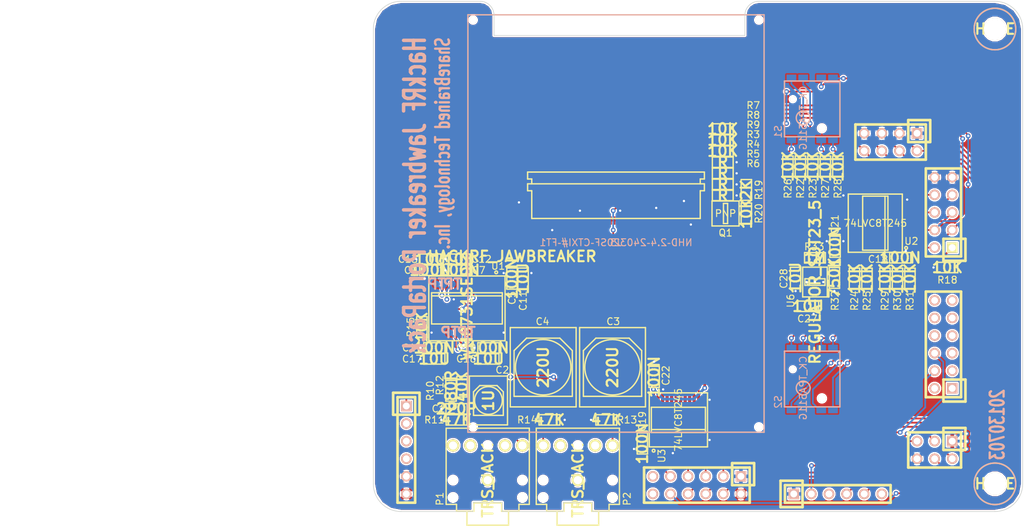
<source format=kicad_pcb>
(kicad_pcb (version 3) (host pcbnew "(2013-mar-13)-testing")
  (layers (15 F.Cu signal) (0 B.Cu signal) (18 B.Paste user hide) (19 F.Paste user hide) (20 B.SilkS user) (21 F.SilkS user) (22 B.Mask user hide) (23 F.Mask user hide) (28 Edge.Cuts user))
  (net 0 "")
  (net 1 /GPIO0)
  (net 2 /GPIO0_S)
  (net 3 /GPIO1)
  (net 4 /GPIO1_S)
  (net 5 /GPIO2)
  (net 6 /GPIO2_S)
  (net 7 /GPIO3)
  (net 8 /GPIO3_S)
  (net 9 /GPIO4)
  (net 10 /GPIO4_S)
  (net 11 /GPIO5)
  (net 12 /GPIO5_S)
  (net 13 /GPIO6)
  (net 14 /GPIO6_S)
  (net 15 /GPIO7)
  (net 16 /GPIO7_S)
  (net 17 /GPIO_DIR)
  (net 18 /I2S0_RX_SDA)
  (net 19 /I2S0_TX_MCLK)
  (net 20 /I2S0_TX_SCK)
  (net 21 /I2S0_TX_SDA)
  (net 22 /I2S0_TX_WS)
  (net 23 /LHPOUT)
  (net 24 /MICBIAS)
  (net 25 /MICIN)
  (net 26 /RD#)
  (net 27 /RD#_S)
  (net 28 /RDY#)
  (net 29 /RESET#)
  (net 30 /RESET#_S)
  (net 31 /RHPOUT)
  (net 32 /RS)
  (net 33 /RS_S)
  (net 34 /SPI_CS#_CODEC)
  (net 35 /SPI_MOSI)
  (net 36 /SPI_SCK)
  (net 37 /TS_X+)
  (net 38 /TS_X-)
  (net 39 /TS_Y+)
  (net 40 /TS_Y-)
  (net 41 /VCC_IO)
  (net 42 /WR#)
  (net 43 /WR#_S)
  (net 44 3V3)
  (net 45 GND)
  (net 46 N-0000010)
  (net 47 N-0000011)
  (net 48 N-0000012)
  (net 49 N-0000013)
  (net 50 N-0000014)
  (net 51 N-0000015)
  (net 52 N-0000016)
  (net 53 N-0000017)
  (net 54 N-0000018)
  (net 55 N-0000019)
  (net 56 N-0000020)
  (net 57 N-0000022)
  (net 58 N-0000023)
  (net 59 N-0000024)
  (net 60 N-0000025)
  (net 61 N-0000026)
  (net 62 N-0000027)
  (net 63 N-0000028)
  (net 64 N-0000029)
  (net 65 N-000003)
  (net 66 N-0000030)
  (net 67 N-0000031)
  (net 68 N-0000032)
  (net 69 N-0000033)
  (net 70 N-0000034)
  (net 71 N-0000035)
  (net 72 N-0000036)
  (net 73 N-0000037)
  (net 74 N-0000038)
  (net 75 N-0000039)
  (net 76 N-0000040)
  (net 77 N-0000041)
  (net 78 N-0000042)
  (net 79 N-0000043)
  (net 80 N-0000044)
  (net 81 N-0000045)
  (net 82 N-0000046)
  (net 83 N-0000047)
  (net 84 N-0000048)
  (net 85 N-0000049)
  (net 86 N-000005)
  (net 87 N-0000050)
  (net 88 N-0000051)
  (net 89 N-0000052)
  (net 90 N-000006)
  (net 91 N-0000061)
  (net 92 N-0000062)
  (net 93 N-0000063)
  (net 94 N-0000064)
  (net 95 N-0000065)
  (net 96 N-0000066)
  (net 97 N-0000067)
  (net 98 N-000007)
  (net 99 N-000008)
  (net 100 N-0000085)
  (net 101 N-000009)
  (module CK_TPA511G (layer B.Cu) (at 192 119 270)
    (fp_text reference S2 (at 2 3.6 270) (layer B.SilkS) (effects (justify mirror)))
    (fp_text value CK_TPA511G (at 0 0 270) (layer B.SilkS) (effects (justify mirror)))
    (pad 7 smd rect (at -5.75 1.7 270) (size 1 1.4) (layers B.Cu B.Paste B.Mask) (net 82 N-0000046))
    (pad 6 smd rect (at -5.75 0 270) (size 1 1.4) (layers B.Cu B.Paste B.Mask) (net 80 N-0000044))
    (pad 2 smd rect (at -5.75 -2.6 270) (size 1 1.4) (layers B.Cu B.Paste B.Mask) (net 7 /GPIO3))
    (pad 1 smd rect (at -5.75 -4.3 270) (size 1 1.4) (layers B.Cu B.Paste B.Mask) (net 5 /GPIO2))
    (pad 4 smd rect (at 3.15 -4.3 270) (size 1 1.4) (layers B.Cu B.Paste B.Mask) (net 55 N-0000019))
    (pad 3 smd rect (at 3.15 -2.6 270) (size 1 1.4) (layers B.Cu B.Paste B.Mask) (net 81 N-0000045))
    (pad 5 smd rect (at 3.15 1.7 270) (size 1 1.4) (layers B.Cu B.Paste B.Mask) (net 84 N-0000048))
    (pad "" np_thru_hole circle (at -2.7 1.5 270) (size 0.8 0.8) (drill 0.8) (layers *.Cu *.SilkS *.Mask))
    (pad "" np_thru_hole circle (at 1.5 -2.7 270) (size 1.1 1.1) (drill 1.1) (layers *.Cu *.SilkS *.Mask))
  )
  (module CK_TPA511G (layer B.Cu) (at 192 80 270)
    (fp_text reference S1 (at 2 3.6 270) (layer B.SilkS) (effects (justify mirror)))
    (fp_text value CK_TPA511G (at 0 0 270) (layer B.SilkS) (effects (justify mirror)))
    (pad 7 smd rect (at -5.75 1.7 270) (size 1 1.4) (layers B.Cu B.Paste B.Mask) (net 85 N-0000049))
    (pad 6 smd rect (at -5.75 0 270) (size 1 1.4) (layers B.Cu B.Paste B.Mask) (net 87 N-0000050))
    (pad 2 smd rect (at -5.75 -2.6 270) (size 1 1.4) (layers B.Cu B.Paste B.Mask) (net 7 /GPIO3))
    (pad 1 smd rect (at -5.75 -4.3 270) (size 1 1.4) (layers B.Cu B.Paste B.Mask) (net 5 /GPIO2))
    (pad 4 smd rect (at 3.15 -4.3 270) (size 1 1.4) (layers B.Cu B.Paste B.Mask) (net 46 N-0000010))
    (pad 3 smd rect (at 3.15 -2.6 270) (size 1 1.4) (layers B.Cu B.Paste B.Mask) (net 88 N-0000051))
    (pad 5 smd rect (at 3.15 1.7 270) (size 1 1.4) (layers B.Cu B.Paste B.Mask) (net 83 N-0000047))
    (pad "" np_thru_hole circle (at -2.7 1.5 270) (size 0.8 0.8) (drill 0.8) (layers *.Cu *.SilkS *.Mask))
    (pad "" np_thru_hole circle (at 1.5 -2.7 270) (size 1.1 1.1) (drill 1.1) (layers *.Cu *.SilkS *.Mask))
  )
  (module IPC_RESC1608X55N (layer F.Cu) (at 207.4 103.2 90)
    (fp_text reference R31 (at -3.2 0 90) (layer F.SilkS))
    (fp_text value 10K (at 0 0 90) (layer F.SilkS) (effects (font (thickness 0.3048))))
    (pad 1 smd rect (at -0.8001 0 90) (size 0.89916 1.00076) (layers F.Cu F.Paste F.Mask) (net 55 N-0000019))
    (pad 2 smd rect (at 0.8001 0 90) (size 0.89916 1.00076) (layers F.Cu F.Paste F.Mask) (net 1 /GPIO0))
  )
  (module IPC_RESC1608X55N (layer F.Cu) (at 205.6 103.2 90)
    (fp_text reference R30 (at -3.2 0 90) (layer F.SilkS))
    (fp_text value 10K (at 0 0 90) (layer F.SilkS) (effects (font (thickness 0.3048))))
    (pad 1 smd rect (at -0.8001 0 90) (size 0.89916 1.00076) (layers F.Cu F.Paste F.Mask) (net 81 N-0000045))
    (pad 2 smd rect (at 0.8001 0 90) (size 0.89916 1.00076) (layers F.Cu F.Paste F.Mask) (net 1 /GPIO0))
  )
  (module IPC_RESC1608X55N (layer F.Cu) (at 203.8 103.2 90)
    (fp_text reference R29 (at -3.2 0 90) (layer F.SilkS))
    (fp_text value 10K (at 0 0 90) (layer F.SilkS) (effects (font (thickness 0.3048))))
    (pad 1 smd rect (at -0.8001 0 90) (size 0.89916 1.00076) (layers F.Cu F.Paste F.Mask) (net 84 N-0000048))
    (pad 2 smd rect (at 0.8001 0 90) (size 0.89916 1.00076) (layers F.Cu F.Paste F.Mask) (net 3 /GPIO1))
  )
  (module IPC_RESC1608X55N (layer F.Cu) (at 197 87 270)
    (fp_text reference R28 (at 3.2 0 270) (layer F.SilkS))
    (fp_text value 10K (at 0 0 270) (layer F.SilkS) (effects (font (thickness 0.3048))))
    (pad 1 smd rect (at -0.8001 0 270) (size 0.89916 1.00076) (layers F.Cu F.Paste F.Mask) (net 46 N-0000010))
    (pad 2 smd rect (at 0.8001 0 270) (size 0.89916 1.00076) (layers F.Cu F.Paste F.Mask) (net 15 /GPIO7))
  )
  (module IPC_RESC1608X55N (layer F.Cu) (at 195.2 87 270)
    (fp_text reference R27 (at 3.2 0 270) (layer F.SilkS))
    (fp_text value 10K (at 0 0 270) (layer F.SilkS) (effects (font (thickness 0.3048))))
    (pad 1 smd rect (at -0.8001 0 270) (size 0.89916 1.00076) (layers F.Cu F.Paste F.Mask) (net 88 N-0000051))
    (pad 2 smd rect (at 0.8001 0 270) (size 0.89916 1.00076) (layers F.Cu F.Paste F.Mask) (net 15 /GPIO7))
  )
  (module IPC_RESC1608X55N (layer F.Cu) (at 189.8 87 270)
    (fp_text reference R26 (at 3.2 0 270) (layer F.SilkS))
    (fp_text value 10K (at 0 0 270) (layer F.SilkS) (effects (font (thickness 0.3048))))
    (pad 1 smd rect (at -0.8001 0 270) (size 0.89916 1.00076) (layers F.Cu F.Paste F.Mask) (net 83 N-0000047))
    (pad 2 smd rect (at 0.8001 0 270) (size 0.89916 1.00076) (layers F.Cu F.Paste F.Mask) (net 11 /GPIO5))
  )
  (module IPC_RESC1608X55N (layer F.Cu) (at 201.2 103.2 270)
    (fp_text reference R25 (at 3.2 0 270) (layer F.SilkS))
    (fp_text value 10K (at 0 0 270) (layer F.SilkS) (effects (font (thickness 0.3048))))
    (pad 1 smd rect (at -0.8001 0 270) (size 0.89916 1.00076) (layers F.Cu F.Paste F.Mask) (net 9 /GPIO4))
    (pad 2 smd rect (at 0.8001 0 270) (size 0.89916 1.00076) (layers F.Cu F.Paste F.Mask) (net 80 N-0000044))
  )
  (module IPC_RESC1608X55N (layer F.Cu) (at 199.4 103.2 270)
    (fp_text reference R24 (at 3.2 0 270) (layer F.SilkS))
    (fp_text value 10K (at 0 0 270) (layer F.SilkS) (effects (font (thickness 0.3048))))
    (pad 1 smd rect (at -0.8001 0 270) (size 0.89916 1.00076) (layers F.Cu F.Paste F.Mask) (net 9 /GPIO4))
    (pad 2 smd rect (at 0.8001 0 270) (size 0.89916 1.00076) (layers F.Cu F.Paste F.Mask) (net 82 N-0000046))
  )
  (module IPC_RESC1608X55N (layer F.Cu) (at 193.4 87 90)
    (fp_text reference R23 (at -3.2 0 90) (layer F.SilkS))
    (fp_text value 10K (at 0 0 90) (layer F.SilkS) (effects (font (thickness 0.3048))))
    (pad 1 smd rect (at -0.8001 0 90) (size 0.89916 1.00076) (layers F.Cu F.Paste F.Mask) (net 13 /GPIO6))
    (pad 2 smd rect (at 0.8001 0 90) (size 0.89916 1.00076) (layers F.Cu F.Paste F.Mask) (net 87 N-0000050))
  )
  (module IPC_RESC1608X55N (layer F.Cu) (at 191.6 87 90)
    (fp_text reference R22 (at -3.2 0 90) (layer F.SilkS))
    (fp_text value 10K (at 0 0 90) (layer F.SilkS) (effects (font (thickness 0.3048))))
    (pad 1 smd rect (at -0.8001 0 90) (size 0.89916 1.00076) (layers F.Cu F.Paste F.Mask) (net 13 /GPIO6))
    (pad 2 smd rect (at 0.8001 0 90) (size 0.89916 1.00076) (layers F.Cu F.Paste F.Mask) (net 85 N-0000049))
  )
  (module IPC_RESC1608X55N (layer F.Cu) (at 183.8 93.8 270)
    (fp_text reference R20 (at 0 -1.8 270) (layer F.SilkS))
    (fp_text value 10K (at 0 0 270) (layer F.SilkS) (effects (font (thickness 0.3048))))
    (pad 1 smd rect (at -0.8001 0 270) (size 0.89916 1.00076) (layers F.Cu F.Paste F.Mask) (net 54 N-0000018))
    (pad 2 smd rect (at 0.8001 0 270) (size 0.89916 1.00076) (layers F.Cu F.Paste F.Mask) (net 44 3V3))
  )
  (module IPC_RESC1608X55N (layer F.Cu) (at 183.8 90.4 270)
    (fp_text reference R19 (at 0 -1.8 270) (layer F.SilkS))
    (fp_text value 2K (at 0 0 270) (layer F.SilkS) (effects (font (thickness 0.3048))))
    (pad 1 smd rect (at -0.8001 0 270) (size 0.89916 1.00076) (layers F.Cu F.Paste F.Mask) (net 28 /RDY#))
    (pad 2 smd rect (at 0.8001 0 270) (size 0.89916 1.00076) (layers F.Cu F.Paste F.Mask) (net 54 N-0000018))
  )
  (module IPC_RESC1608X55N (layer F.Cu) (at 212.8 101.6)
    (fp_text reference R18 (at 0 1.8) (layer F.SilkS))
    (fp_text value 10K (at 0 0) (layer F.SilkS) (effects (font (thickness 0.3048))))
    (pad 1 smd rect (at -0.8001 0) (size 0.89916 1.00076) (layers F.Cu F.Paste F.Mask) (net 45 GND))
    (pad 2 smd rect (at 0.8001 0) (size 0.89916 1.00076) (layers F.Cu F.Paste F.Mask) (net 17 /GPIO_DIR))
  )
  (module IPC_CAPC1608X90N (layer F.Cu) (at 170.5 117.4 90)
    (fp_text reference C22 (at 0.2 1.7 90) (layer F.SilkS))
    (fp_text value 100N (at 0 0 90) (layer F.SilkS) (effects (font (thickness 0.3048))))
    (pad 1 smd rect (at -0.8001 0 90) (size 0.94996 1.00076) (layers F.Cu F.Paste F.Mask) (net 41 /VCC_IO))
    (pad 2 smd rect (at 0.8001 0 90) (size 0.94996 1.00076) (layers F.Cu F.Paste F.Mask) (net 45 GND))
  )
  (module IPC_CAPC1608X90N (layer F.Cu) (at 196.6 98.6 90)
    (fp_text reference C21 (at 3.2 0 90) (layer F.SilkS))
    (fp_text value 100N (at 0 0 90) (layer F.SilkS) (effects (font (thickness 0.3048))))
    (pad 1 smd rect (at -0.8001 0 90) (size 0.94996 1.00076) (layers F.Cu F.Paste F.Mask) (net 41 /VCC_IO))
    (pad 2 smd rect (at 0.8001 0 90) (size 0.94996 1.00076) (layers F.Cu F.Paste F.Mask) (net 45 GND))
  )
  (module IPC_CAPC1608X90N (layer F.Cu) (at 168.8 127 270)
    (fp_text reference C19 (at -3.2 0 270) (layer F.SilkS))
    (fp_text value 100N (at 0 0 270) (layer F.SilkS) (effects (font (thickness 0.3048))))
    (pad 1 smd rect (at -0.8001 0 270) (size 0.94996 1.00076) (layers F.Cu F.Paste F.Mask) (net 44 3V3))
    (pad 2 smd rect (at 0.8001 0 270) (size 0.94996 1.00076) (layers F.Cu F.Paste F.Mask) (net 45 GND))
  )
  (module IPC_CAPC1608X90N (layer F.Cu) (at 206 100.2)
    (fp_text reference C18 (at -3.2 0.2) (layer F.SilkS))
    (fp_text value 100N (at 0 0) (layer F.SilkS) (effects (font (thickness 0.3048))))
    (pad 1 smd rect (at -0.8001 0) (size 0.94996 1.00076) (layers F.Cu F.Paste F.Mask) (net 44 3V3))
    (pad 2 smd rect (at 0.8001 0) (size 0.94996 1.00076) (layers F.Cu F.Paste F.Mask) (net 45 GND))
  )
  (module IPC_CAPC1608X95N (layer F.Cu) (at 138.8 114.8 180)
    (fp_text reference C17 (at 3.2 0 180) (layer F.SilkS))
    (fp_text value 10U (at 0 0 180) (layer F.SilkS) (effects (font (thickness 0.3048))))
    (pad 1 smd rect (at -0.8001 0 180) (size 0.94996 1.00076) (layers F.Cu F.Paste F.Mask) (net 53 N-0000017))
    (pad 2 smd rect (at 0.8001 0 180) (size 0.94996 1.00076) (layers F.Cu F.Paste F.Mask) (net 45 GND))
  )
  (module IPC_CAPC1608X95N (layer F.Cu) (at 146.6 114.8 180)
    (fp_text reference C16 (at 3.2 0 180) (layer F.SilkS))
    (fp_text value 10U (at 0 0 180) (layer F.SilkS) (effects (font (thickness 0.3048))))
    (pad 1 smd rect (at -0.8001 0 180) (size 0.94996 1.00076) (layers F.Cu F.Paste F.Mask) (net 44 3V3))
    (pad 2 smd rect (at 0.8001 0 180) (size 0.94996 1.00076) (layers F.Cu F.Paste F.Mask) (net 45 GND))
  )
  (module IPC_CAPC1608X90N (layer F.Cu) (at 138.8 113.2 180)
    (fp_text reference C14 (at 3.2 0 180) (layer F.SilkS))
    (fp_text value 100N (at 0 0 180) (layer F.SilkS) (effects (font (thickness 0.3048))))
    (pad 1 smd rect (at -0.8001 0 180) (size 0.94996 1.00076) (layers F.Cu F.Paste F.Mask) (net 53 N-0000017))
    (pad 2 smd rect (at 0.8001 0 180) (size 0.94996 1.00076) (layers F.Cu F.Paste F.Mask) (net 45 GND))
  )
  (module IPC_CAPC1608X95N (layer F.Cu) (at 138.2 100.4 180)
    (fp_text reference C13 (at 3.2 0 180) (layer F.SilkS))
    (fp_text value 10U (at 0 0 180) (layer F.SilkS) (effects (font (thickness 0.3048))))
    (pad 1 smd rect (at -0.8001 0 180) (size 0.94996 1.00076) (layers F.Cu F.Paste F.Mask) (net 44 3V3))
    (pad 2 smd rect (at 0.8001 0 180) (size 0.94996 1.00076) (layers F.Cu F.Paste F.Mask) (net 45 GND))
  )
  (module IPC_CAPC1608X95N (layer F.Cu) (at 142.4 100.4 180)
    (fp_text reference C12 (at -3.2 0 180) (layer F.SilkS))
    (fp_text value 10U (at 0 0 180) (layer F.SilkS) (effects (font (thickness 0.3048))))
    (pad 1 smd rect (at -0.8001 0 180) (size 0.94996 1.00076) (layers F.Cu F.Paste F.Mask) (net 44 3V3))
    (pad 2 smd rect (at 0.8001 0 180) (size 0.94996 1.00076) (layers F.Cu F.Paste F.Mask) (net 45 GND))
  )
  (module IPC_CAPC1608X95N (layer F.Cu) (at 151.6 103.2 90)
    (fp_text reference C11 (at -3.2 0 90) (layer F.SilkS))
    (fp_text value 10U (at 0 0 90) (layer F.SilkS) (effects (font (thickness 0.3048))))
    (pad 1 smd rect (at -0.8001 0 90) (size 0.94996 1.00076) (layers F.Cu F.Paste F.Mask) (net 44 3V3))
    (pad 2 smd rect (at 0.8001 0 90) (size 0.94996 1.00076) (layers F.Cu F.Paste F.Mask) (net 45 GND))
  )
  (module IPC_CAPC1608X90N (layer F.Cu) (at 146.6 113.2 180)
    (fp_text reference C10 (at 3.2 0 180) (layer F.SilkS))
    (fp_text value 100N (at 0 0 180) (layer F.SilkS) (effects (font (thickness 0.3048))))
    (pad 1 smd rect (at -0.8001 0 180) (size 0.94996 1.00076) (layers F.Cu F.Paste F.Mask) (net 44 3V3))
    (pad 2 smd rect (at 0.8001 0 180) (size 0.94996 1.00076) (layers F.Cu F.Paste F.Mask) (net 45 GND))
  )
  (module IPC_CAPC1608X90N (layer F.Cu) (at 138.2 102 180)
    (fp_text reference C9 (at 2.8 0 180) (layer F.SilkS))
    (fp_text value 100N (at 0 0 180) (layer F.SilkS) (effects (font (thickness 0.3048))))
    (pad 1 smd rect (at -0.8001 0 180) (size 0.94996 1.00076) (layers F.Cu F.Paste F.Mask) (net 44 3V3))
    (pad 2 smd rect (at 0.8001 0 180) (size 0.94996 1.00076) (layers F.Cu F.Paste F.Mask) (net 45 GND))
  )
  (module IPC_CAPC1608X90N (layer F.Cu) (at 142.4 102 180)
    (fp_text reference C7 (at -2.8 0 180) (layer F.SilkS))
    (fp_text value 100N (at 0 0 180) (layer F.SilkS) (effects (font (thickness 0.3048))))
    (pad 1 smd rect (at -0.8001 0 180) (size 0.94996 1.00076) (layers F.Cu F.Paste F.Mask) (net 44 3V3))
    (pad 2 smd rect (at 0.8001 0 180) (size 0.94996 1.00076) (layers F.Cu F.Paste F.Mask) (net 45 GND))
  )
  (module IPC_CAPC1608X90N (layer F.Cu) (at 150 103.2 90)
    (fp_text reference C5 (at -2.8 0 90) (layer F.SilkS))
    (fp_text value 100N (at 0 0 90) (layer F.SilkS) (effects (font (thickness 0.3048))))
    (pad 1 smd rect (at -0.8001 0 90) (size 0.94996 1.00076) (layers F.Cu F.Paste F.Mask) (net 44 3V3))
    (pad 2 smd rect (at 0.8001 0 90) (size 0.94996 1.00076) (layers F.Cu F.Paste F.Mask) (net 45 GND))
  )
  (module CUI_SJ1-352XN (layer F.Cu) (at 159.5 132.3 90)
    (fp_text reference P2 (at -2.7 7.1 90) (layer F.SilkS))
    (fp_text value TRS_JACK (at 0 0 90) (layer F.SilkS) (effects (font (thickness 0.3048))))
    (pad 3 thru_hole circle (at 5.00126 -5.00126 90) (size 1.80086 1.80086) (drill 1.19888) (layers *.Cu *.Mask F.SilkS) (net 51 N-0000015))
    (pad 2 thru_hole circle (at 5.00126 5.00126 90) (size 1.80086 1.80086) (drill 1.19888) (layers *.Cu *.Mask F.SilkS) (net 49 N-0000013))
    (pad 1 thru_hole circle (at 0 0 90) (size 1.80086 1.80086) (drill 1.19888) (layers *.Cu *.Mask F.SilkS) (net 45 GND))
    (pad "" np_thru_hole circle (at 5.00126 0 90) (size 1.19888 1.19888) (drill 1.19888) (layers *.Cu *.Mask F.SilkS))
    (pad "" np_thru_hole circle (at 0 -5.00126 90) (size 1.19888 1.19888) (drill 1.19888) (layers *.Cu *.Mask F.SilkS))
    (pad "" np_thru_hole circle (at 0 5.00126 90) (size 1.19888 1.19888) (drill 1.19888) (layers *.Cu *.Mask F.SilkS))
    (pad "" np_thru_hole circle (at -2.49936 -5.00126 90) (size 1.19888 1.19888) (drill 1.19888) (layers *.Cu *.Mask F.SilkS))
    (pad "" np_thru_hole circle (at -2.49936 5.00126 90) (size 1.19888 1.19888) (drill 1.19888) (layers *.Cu *.Mask F.SilkS))
    (pad 4 thru_hole circle (at 5.00126 2.49936 90) (size 1.80086 1.80086) (drill 1.19888) (layers *.Cu *.Mask F.SilkS))
    (pad 5 thru_hole circle (at 5.00126 -2.49936 90) (size 1.80086 1.80086) (drill 1.19888) (layers *.Cu *.Mask F.SilkS))
  )
  (module CUI_SJ1-352XN (layer F.Cu) (at 146.5 132.3 90)
    (fp_text reference P1 (at -2.7 -6.9 90) (layer F.SilkS))
    (fp_text value TRS_JACK (at 0 0 90) (layer F.SilkS) (effects (font (thickness 0.3048))))
    (pad 3 thru_hole circle (at 5.00126 -5.00126 90) (size 1.80086 1.80086) (drill 1.19888) (layers *.Cu *.Mask F.SilkS) (net 64 N-0000029))
    (pad 2 thru_hole circle (at 5.00126 5.00126 90) (size 1.80086 1.80086) (drill 1.19888) (layers *.Cu *.Mask F.SilkS) (net 47 N-0000011))
    (pad 1 thru_hole circle (at 0 0 90) (size 1.80086 1.80086) (drill 1.19888) (layers *.Cu *.Mask F.SilkS) (net 45 GND))
    (pad "" np_thru_hole circle (at 5.00126 0 90) (size 1.19888 1.19888) (drill 1.19888) (layers *.Cu *.Mask F.SilkS))
    (pad "" np_thru_hole circle (at 0 -5.00126 90) (size 1.19888 1.19888) (drill 1.19888) (layers *.Cu *.Mask F.SilkS))
    (pad "" np_thru_hole circle (at 0 5.00126 90) (size 1.19888 1.19888) (drill 1.19888) (layers *.Cu *.Mask F.SilkS))
    (pad "" np_thru_hole circle (at -2.49936 -5.00126 90) (size 1.19888 1.19888) (drill 1.19888) (layers *.Cu *.Mask F.SilkS))
    (pad "" np_thru_hole circle (at -2.49936 5.00126 90) (size 1.19888 1.19888) (drill 1.19888) (layers *.Cu *.Mask F.SilkS))
    (pad 4 thru_hole circle (at 5.00126 2.49936 90) (size 1.80086 1.80086) (drill 1.19888) (layers *.Cu *.Mask F.SilkS))
    (pad 5 thru_hole circle (at 5.00126 -2.49936 90) (size 1.80086 1.80086) (drill 1.19888) (layers *.Cu *.Mask F.SilkS))
  )
  (module IPC_RESC1608X55N (layer F.Cu) (at 137 110.2 270)
    (fp_text reference R15 (at 0 1.6 270) (layer F.SilkS))
    (fp_text value 10K (at 0 0 270) (layer F.SilkS) (effects (font (thickness 0.3048))))
    (pad 1 smd rect (at -0.8001 0 270) (size 0.89916 1.00076) (layers F.Cu F.Paste F.Mask) (net 50 N-0000014))
    (pad 2 smd rect (at 0.8001 0 270) (size 0.89916 1.00076) (layers F.Cu F.Paste F.Mask) (net 44 3V3))
  )
  (module IPC_RESC1608X55N (layer F.Cu) (at 155.4 123.6 180)
    (fp_text reference R14 (at 3.2 0 180) (layer F.SilkS))
    (fp_text value 47K (at 0 0 180) (layer F.SilkS) (effects (font (thickness 0.3048))))
    (pad 1 smd rect (at -0.8001 0 180) (size 0.89916 1.00076) (layers F.Cu F.Paste F.Mask) (net 45 GND))
    (pad 2 smd rect (at 0.8001 0 180) (size 0.89916 1.00076) (layers F.Cu F.Paste F.Mask) (net 51 N-0000015))
  )
  (module IPC_RESC1608X55N (layer F.Cu) (at 163.6 123.6 180)
    (fp_text reference R13 (at -3 0 180) (layer F.SilkS))
    (fp_text value 47K (at 0 0 180) (layer F.SilkS) (effects (font (thickness 0.3048))))
    (pad 1 smd rect (at -0.8001 0 180) (size 0.89916 1.00076) (layers F.Cu F.Paste F.Mask) (net 49 N-0000013))
    (pad 2 smd rect (at 0.8001 0 180) (size 0.89916 1.00076) (layers F.Cu F.Paste F.Mask) (net 45 GND))
  )
  (module IPC_RESC1608X55N (layer F.Cu) (at 142.8 118.8 90)
    (fp_text reference R12 (at 0.2 -3.2 90) (layer F.SilkS))
    (fp_text value 40K (at 0 0 90) (layer F.SilkS) (effects (font (thickness 0.3048))))
    (pad 1 smd rect (at -0.8001 0 90) (size 0.89916 1.00076) (layers F.Cu F.Paste F.Mask) (net 48 N-0000012))
    (pad 2 smd rect (at 0.8001 0 90) (size 0.89916 1.00076) (layers F.Cu F.Paste F.Mask) (net 25 /MICIN))
  )
  (module IPC_RESC1608X55N (layer F.Cu) (at 142 123.6)
    (fp_text reference R11 (at -3.2 0) (layer F.SilkS))
    (fp_text value 47K (at 0 0) (layer F.SilkS) (effects (font (thickness 0.3048))))
    (pad 1 smd rect (at -0.8001 0) (size 0.89916 1.00076) (layers F.Cu F.Paste F.Mask) (net 45 GND))
    (pad 2 smd rect (at 0.8001 0) (size 0.89916 1.00076) (layers F.Cu F.Paste F.Mask) (net 47 N-0000011))
  )
  (module IPC_RESC1608X55N (layer F.Cu) (at 141.2 119.4 90)
    (fp_text reference R10 (at 0 -3 90) (layer F.SilkS))
    (fp_text value 680R (at 0 0 90) (layer F.SilkS) (effects (font (thickness 0.3048))))
    (pad 1 smd rect (at -0.8001 0 90) (size 0.89916 1.00076) (layers F.Cu F.Paste F.Mask) (net 47 N-0000011))
    (pad 2 smd rect (at 0.8001 0 90) (size 0.89916 1.00076) (layers F.Cu F.Paste F.Mask) (net 24 /MICBIAS))
  )
  (module IPC_CAPAE830X620N (layer F.Cu) (at 154.5 116 270)
    (fp_text reference C4 (at -6.6 0.1 540) (layer F.SilkS))
    (fp_text value 220U (at 0 0 270) (layer F.SilkS) (effects (font (thickness 0.3048))))
    (pad 1 smd rect (at -3.1496 0 270) (size 4.15036 1.6002) (layers F.Cu F.Paste F.Mask) (net 31 /RHPOUT))
    (pad 2 smd rect (at 3.1496 0 270) (size 4.15036 1.6002) (layers F.Cu F.Paste F.Mask) (net 51 N-0000015))
  )
  (module IPC_CAPAE830X620N (layer F.Cu) (at 164.5 116 270)
    (fp_text reference C3 (at -6.6 -0.1 360) (layer F.SilkS))
    (fp_text value 220U (at 0 0 270) (layer F.SilkS) (effects (font (thickness 0.3048))))
    (pad 1 smd rect (at -3.1496 0 270) (size 4.15036 1.6002) (layers F.Cu F.Paste F.Mask) (net 23 /LHPOUT))
    (pad 2 smd rect (at 3.1496 0 270) (size 4.15036 1.6002) (layers F.Cu F.Paste F.Mask) (net 49 N-0000013))
  )
  (module IPC_CAPAE430X540N (layer F.Cu) (at 146.6 120.8 270)
    (fp_text reference C2 (at -4.4 -2 540) (layer F.SilkS))
    (fp_text value 1U (at 0 0 270) (layer F.SilkS) (effects (font (thickness 0.3048))))
    (pad 1 smd rect (at -1.75006 0 270) (size 2.55016 1.6002) (layers F.Cu F.Paste F.Mask) (net 48 N-0000012))
    (pad 2 smd rect (at 1.75006 0 270) (size 2.55016 1.6002) (layers F.Cu F.Paste F.Mask) (net 47 N-0000011))
  )
  (module IPC_CAPC1608X90N (layer F.Cu) (at 142 122 180)
    (fp_text reference C1 (at 2.6 0 180) (layer F.SilkS))
    (fp_text value 220P (at 0 0 180) (layer F.SilkS) (effects (font (thickness 0.3048))))
    (pad 1 smd rect (at -0.8001 0 180) (size 0.94996 1.00076) (layers F.Cu F.Paste F.Mask) (net 47 N-0000011))
    (pad 2 smd rect (at 0.8001 0 180) (size 0.94996 1.00076) (layers F.Cu F.Paste F.Mask) (net 45 GND))
  )
  (module IPC_SOP65P640X120-24N (layer F.Cu) (at 174 123.6 90)
    (fp_text reference U3 (at -5.2 -2.4 90) (layer F.SilkS))
    (fp_text value 74LVC8T245 (at 0 0 90) (layer F.SilkS))
    (pad 1 smd rect (at -2.9 -3.575 90) (size 1.5 0.45) (layers F.Cu F.Paste F.Mask) (net 44 3V3))
    (pad 2 smd rect (at -2.9 -2.925 90) (size 1.5 0.45) (layers F.Cu F.Paste F.Mask) (net 44 3V3))
    (pad 3 smd rect (at -2.9 -2.275 90) (size 1.5 0.45) (layers F.Cu F.Paste F.Mask) (net 45 GND))
    (pad 4 smd rect (at -2.9 -1.625 90) (size 1.5 0.45) (layers F.Cu F.Paste F.Mask) (net 45 GND))
    (pad 5 smd rect (at -2.9 -0.975 90) (size 1.5 0.45) (layers F.Cu F.Paste F.Mask) (net 45 GND))
    (pad 6 smd rect (at -2.9 -0.325 90) (size 1.5 0.45) (layers F.Cu F.Paste F.Mask) (net 45 GND))
    (pad 7 smd rect (at -2.9 0.325 90) (size 1.5 0.45) (layers F.Cu F.Paste F.Mask) (net 32 /RS))
    (pad 8 smd rect (at -2.9 0.975 90) (size 1.5 0.45) (layers F.Cu F.Paste F.Mask) (net 42 /WR#))
    (pad 9 smd rect (at -2.9 1.625 90) (size 1.5 0.45) (layers F.Cu F.Paste F.Mask) (net 26 /RD#))
    (pad 10 smd rect (at -2.9 2.275 90) (size 1.5 0.45) (layers F.Cu F.Paste F.Mask) (net 29 /RESET#))
    (pad 11 smd rect (at -2.9 2.925 90) (size 1.5 0.45) (layers F.Cu F.Paste F.Mask) (net 45 GND))
    (pad 12 smd rect (at -2.9 3.575 90) (size 1.5 0.45) (layers F.Cu F.Paste F.Mask) (net 45 GND))
    (pad 13 smd rect (at 2.9 3.575 90) (size 1.5 0.45) (layers F.Cu F.Paste F.Mask) (net 45 GND))
    (pad 14 smd rect (at 2.9 2.925 90) (size 1.5 0.45) (layers F.Cu F.Paste F.Mask) (net 30 /RESET#_S))
    (pad 15 smd rect (at 2.9 2.275 90) (size 1.5 0.45) (layers F.Cu F.Paste F.Mask) (net 27 /RD#_S))
    (pad 16 smd rect (at 2.9 1.625 90) (size 1.5 0.45) (layers F.Cu F.Paste F.Mask) (net 43 /WR#_S))
    (pad 17 smd rect (at 2.9 0.975 90) (size 1.5 0.45) (layers F.Cu F.Paste F.Mask) (net 33 /RS_S))
    (pad 18 smd rect (at 2.9 0.325 90) (size 1.5 0.45) (layers F.Cu F.Paste F.Mask) (net 74 N-0000038))
    (pad 19 smd rect (at 2.9 -0.325 90) (size 1.5 0.45) (layers F.Cu F.Paste F.Mask) (net 75 N-0000039))
    (pad 20 smd rect (at 2.9 -0.975 90) (size 1.5 0.45) (layers F.Cu F.Paste F.Mask) (net 76 N-0000040))
    (pad 21 smd rect (at 2.9 -1.625 90) (size 1.5 0.45) (layers F.Cu F.Paste F.Mask) (net 73 N-0000037))
    (pad 22 smd rect (at 2.9 -2.275 90) (size 1.5 0.45) (layers F.Cu F.Paste F.Mask) (net 45 GND))
    (pad 23 smd rect (at 2.9 -2.925 90) (size 1.5 0.45) (layers F.Cu F.Paste F.Mask) (net 41 /VCC_IO))
    (pad 24 smd rect (at 2.9 -3.575 90) (size 1.5 0.45) (layers F.Cu F.Paste F.Mask) (net 41 /VCC_IO))
  )
  (module IPC_RESC1608X55N (layer F.Cu) (at 180.4 84.8)
    (fp_text reference R9 (at 4.4 -3.8) (layer F.SilkS))
    (fp_text value 10K (at 0 0) (layer F.SilkS) (effects (font (thickness 0.3048))))
    (pad 1 smd rect (at -0.8001 0) (size 0.89916 1.00076) (layers F.Cu F.Paste F.Mask) (net 52 N-0000016))
    (pad 2 smd rect (at 0.8001 0) (size 0.89916 1.00076) (layers F.Cu F.Paste F.Mask) (net 41 /VCC_IO))
  )
  (module IPC_RESC1608X55N (layer F.Cu) (at 180.4 83.2)
    (fp_text reference R8 (at 4.4 -3.6) (layer F.SilkS))
    (fp_text value 10K (at 0 0) (layer F.SilkS) (effects (font (thickness 0.3048))))
    (pad 1 smd rect (at -0.8001 0) (size 0.89916 1.00076) (layers F.Cu F.Paste F.Mask) (net 27 /RD#_S))
    (pad 2 smd rect (at 0.8001 0) (size 0.89916 1.00076) (layers F.Cu F.Paste F.Mask) (net 41 /VCC_IO))
  )
  (module IPC_RESC1608X55N (layer F.Cu) (at 180.4 81.6)
    (fp_text reference R7 (at 4.4 -3.4) (layer F.SilkS))
    (fp_text value 10K (at 0 0) (layer F.SilkS) (effects (font (thickness 0.3048))))
    (pad 1 smd rect (at -0.8001 0) (size 0.89916 1.00076) (layers F.Cu F.Paste F.Mask) (net 43 /WR#_S))
    (pad 2 smd rect (at 0.8001 0) (size 0.89916 1.00076) (layers F.Cu F.Paste F.Mask) (net 41 /VCC_IO))
  )
  (module IPC_RESC1608X55N (layer F.Cu) (at 180.4 91.2 180)
    (fp_text reference R6 (at -4.4 4.6 180) (layer F.SilkS))
    (fp_text value R (at 0 0 180) (layer F.SilkS) (effects (font (thickness 0.3048))))
    (pad 1 smd rect (at -0.8001 0 180) (size 0.89916 1.00076) (layers F.Cu F.Paste F.Mask) (net 45 GND))
    (pad 2 smd rect (at 0.8001 0 180) (size 0.89916 1.00076) (layers F.Cu F.Paste F.Mask) (net 93 N-0000063))
  )
  (module IPC_RESC1608X55N (layer F.Cu) (at 180.4 89.6 180)
    (fp_text reference R5 (at -4.4 4.4 180) (layer F.SilkS))
    (fp_text value R (at 0 0 180) (layer F.SilkS) (effects (font (thickness 0.3048))))
    (pad 1 smd rect (at -0.8001 0 180) (size 0.89916 1.00076) (layers F.Cu F.Paste F.Mask) (net 45 GND))
    (pad 2 smd rect (at 0.8001 0 180) (size 0.89916 1.00076) (layers F.Cu F.Paste F.Mask) (net 92 N-0000062))
  )
  (module IPC_RESC1608X55N (layer F.Cu) (at 180.4 88 180)
    (fp_text reference R4 (at -4.4 4.2 180) (layer F.SilkS))
    (fp_text value R (at 0 0 180) (layer F.SilkS) (effects (font (thickness 0.3048))))
    (pad 1 smd rect (at -0.8001 0 180) (size 0.89916 1.00076) (layers F.Cu F.Paste F.Mask) (net 45 GND))
    (pad 2 smd rect (at 0.8001 0 180) (size 0.89916 1.00076) (layers F.Cu F.Paste F.Mask) (net 91 N-0000061))
  )
  (module IPC_RESC1608X55N (layer F.Cu) (at 180.4 86.4 180)
    (fp_text reference R3 (at -4.4 4 180) (layer F.SilkS))
    (fp_text value R (at 0 0 180) (layer F.SilkS) (effects (font (thickness 0.3048))))
    (pad 1 smd rect (at -0.8001 0 180) (size 0.89916 1.00076) (layers F.Cu F.Paste F.Mask) (net 45 GND))
    (pad 2 smd rect (at 0.8001 0 180) (size 0.89916 1.00076) (layers F.Cu F.Paste F.Mask) (net 100 N-0000085))
  )
  (module IPC_SOP65P640X120-24N (layer F.Cu) (at 202.4 95.2 180)
    (fp_text reference U2 (at -5.2 -2.6 180) (layer F.SilkS))
    (fp_text value 74LVC8T245 (at 0 0 180) (layer F.SilkS))
    (pad 1 smd rect (at -2.9 -3.575 180) (size 1.5 0.45) (layers F.Cu F.Paste F.Mask) (net 44 3V3))
    (pad 2 smd rect (at -2.9 -2.925 180) (size 1.5 0.45) (layers F.Cu F.Paste F.Mask) (net 17 /GPIO_DIR))
    (pad 3 smd rect (at -2.9 -2.275 180) (size 1.5 0.45) (layers F.Cu F.Paste F.Mask) (net 1 /GPIO0))
    (pad 4 smd rect (at -2.9 -1.625 180) (size 1.5 0.45) (layers F.Cu F.Paste F.Mask) (net 3 /GPIO1))
    (pad 5 smd rect (at -2.9 -0.975 180) (size 1.5 0.45) (layers F.Cu F.Paste F.Mask) (net 5 /GPIO2))
    (pad 6 smd rect (at -2.9 -0.325 180) (size 1.5 0.45) (layers F.Cu F.Paste F.Mask) (net 7 /GPIO3))
    (pad 7 smd rect (at -2.9 0.325 180) (size 1.5 0.45) (layers F.Cu F.Paste F.Mask) (net 9 /GPIO4))
    (pad 8 smd rect (at -2.9 0.975 180) (size 1.5 0.45) (layers F.Cu F.Paste F.Mask) (net 11 /GPIO5))
    (pad 9 smd rect (at -2.9 1.625 180) (size 1.5 0.45) (layers F.Cu F.Paste F.Mask) (net 13 /GPIO6))
    (pad 10 smd rect (at -2.9 2.275 180) (size 1.5 0.45) (layers F.Cu F.Paste F.Mask) (net 15 /GPIO7))
    (pad 11 smd rect (at -2.9 2.925 180) (size 1.5 0.45) (layers F.Cu F.Paste F.Mask) (net 45 GND))
    (pad 12 smd rect (at -2.9 3.575 180) (size 1.5 0.45) (layers F.Cu F.Paste F.Mask) (net 45 GND))
    (pad 13 smd rect (at 2.9 3.575 180) (size 1.5 0.45) (layers F.Cu F.Paste F.Mask) (net 45 GND))
    (pad 14 smd rect (at 2.9 2.925 180) (size 1.5 0.45) (layers F.Cu F.Paste F.Mask) (net 16 /GPIO7_S))
    (pad 15 smd rect (at 2.9 2.275 180) (size 1.5 0.45) (layers F.Cu F.Paste F.Mask) (net 14 /GPIO6_S))
    (pad 16 smd rect (at 2.9 1.625 180) (size 1.5 0.45) (layers F.Cu F.Paste F.Mask) (net 12 /GPIO5_S))
    (pad 17 smd rect (at 2.9 0.975 180) (size 1.5 0.45) (layers F.Cu F.Paste F.Mask) (net 10 /GPIO4_S))
    (pad 18 smd rect (at 2.9 0.325 180) (size 1.5 0.45) (layers F.Cu F.Paste F.Mask) (net 8 /GPIO3_S))
    (pad 19 smd rect (at 2.9 -0.325 180) (size 1.5 0.45) (layers F.Cu F.Paste F.Mask) (net 6 /GPIO2_S))
    (pad 20 smd rect (at 2.9 -0.975 180) (size 1.5 0.45) (layers F.Cu F.Paste F.Mask) (net 4 /GPIO1_S))
    (pad 21 smd rect (at 2.9 -1.625 180) (size 1.5 0.45) (layers F.Cu F.Paste F.Mask) (net 2 /GPIO0_S))
    (pad 22 smd rect (at 2.9 -2.275 180) (size 1.5 0.45) (layers F.Cu F.Paste F.Mask) (net 45 GND))
    (pad 23 smd rect (at 2.9 -2.925 180) (size 1.5 0.45) (layers F.Cu F.Paste F.Mask) (net 41 /VCC_IO))
    (pad 24 smd rect (at 2.9 -3.575 180) (size 1.5 0.45) (layers F.Cu F.Paste F.Mask) (net 41 /VCC_IO))
  )
  (module IPC_SOP65P780X200-28N (layer F.Cu) (at 143.5 107.5 270)
    (fp_text reference U1 (at -6.1 -4.5 540) (layer F.SilkS))
    (fp_text value WM8731SEDS (at 0 0 270) (layer F.SilkS) (effects (font (thickness 0.3048))))
    (pad 1 smd rect (at -3.50012 -4.22402 270) (size 1.84912 0.44958) (layers F.Cu F.Paste F.Mask) (net 44 3V3))
    (pad 2 smd rect (at -3.50012 -3.57378 270) (size 1.84912 0.44958) (layers F.Cu F.Paste F.Mask) (net 101 N-000009))
    (pad 3 smd rect (at -3.50012 -2.92608 270) (size 1.84912 0.44958) (layers F.Cu F.Paste F.Mask) (net 20 /I2S0_TX_SCK))
    (pad 4 smd rect (at -3.50012 -2.27584 270) (size 1.84912 0.44958) (layers F.Cu F.Paste F.Mask) (net 21 /I2S0_TX_SDA))
    (pad 5 smd rect (at -3.50012 -1.6256 270) (size 1.84912 0.44958) (layers F.Cu F.Paste F.Mask) (net 22 /I2S0_TX_WS))
    (pad 6 smd rect (at -3.50012 -0.97536 270) (size 1.84912 0.44958) (layers F.Cu F.Paste F.Mask) (net 18 /I2S0_RX_SDA))
    (pad 7 smd rect (at -3.50012 -0.32512 270) (size 1.84912 0.44958) (layers F.Cu F.Paste F.Mask) (net 22 /I2S0_TX_WS))
    (pad 8 smd rect (at -3.50012 0.32512 270) (size 1.84912 0.44958) (layers F.Cu F.Paste F.Mask) (net 44 3V3))
    (pad 9 smd rect (at -3.50012 0.97536 270) (size 1.84912 0.44958) (layers F.Cu F.Paste F.Mask) (net 23 /LHPOUT))
    (pad 10 smd rect (at -3.50012 1.6256 270) (size 1.84912 0.44958) (layers F.Cu F.Paste F.Mask) (net 31 /RHPOUT))
    (pad 11 smd rect (at -3.50012 2.27584 270) (size 1.84912 0.44958) (layers F.Cu F.Paste F.Mask) (net 45 GND))
    (pad 12 smd rect (at -3.50012 2.92608 270) (size 1.84912 0.44958) (layers F.Cu F.Paste F.Mask) (net 86 N-000005))
    (pad 13 smd rect (at -3.50012 3.57378 270) (size 1.84912 0.44958) (layers F.Cu F.Paste F.Mask) (net 90 N-000006))
    (pad 14 smd rect (at -3.50012 4.22402 270) (size 1.84912 0.44958) (layers F.Cu F.Paste F.Mask) (net 44 3V3))
    (pad 15 smd rect (at 3.50012 4.22402 270) (size 1.84912 0.44958) (layers F.Cu F.Paste F.Mask) (net 45 GND))
    (pad 16 smd rect (at 3.50012 3.57378 270) (size 1.84912 0.44958) (layers F.Cu F.Paste F.Mask) (net 53 N-0000017))
    (pad 17 smd rect (at 3.50012 2.92608 270) (size 1.84912 0.44958) (layers F.Cu F.Paste F.Mask) (net 24 /MICBIAS))
    (pad 18 smd rect (at 3.50012 2.27584 270) (size 1.84912 0.44958) (layers F.Cu F.Paste F.Mask) (net 25 /MICIN))
    (pad 19 smd rect (at 3.50012 1.6256 270) (size 1.84912 0.44958) (layers F.Cu F.Paste F.Mask) (net 98 N-000007))
    (pad 20 smd rect (at 3.50012 0.97536 270) (size 1.84912 0.44958) (layers F.Cu F.Paste F.Mask) (net 65 N-000003))
    (pad 21 smd rect (at 3.50012 0.32512 270) (size 1.84912 0.44958) (layers F.Cu F.Paste F.Mask) (net 50 N-0000014))
    (pad 22 smd rect (at 3.50012 -0.32512 270) (size 1.84912 0.44958) (layers F.Cu F.Paste F.Mask) (net 34 /SPI_CS#_CODEC))
    (pad 23 smd rect (at 3.50012 -0.97536 270) (size 1.84912 0.44958) (layers F.Cu F.Paste F.Mask) (net 35 /SPI_MOSI))
    (pad 24 smd rect (at 3.50012 -1.6256 270) (size 1.84912 0.44958) (layers F.Cu F.Paste F.Mask) (net 36 /SPI_SCK))
    (pad 25 smd rect (at 3.50012 -2.27584 270) (size 1.84912 0.44958) (layers F.Cu F.Paste F.Mask) (net 19 /I2S0_TX_MCLK))
    (pad 26 smd rect (at 3.50012 -2.92608 270) (size 1.84912 0.44958) (layers F.Cu F.Paste F.Mask) (net 99 N-000008))
    (pad 27 smd rect (at 3.50012 -3.57378 270) (size 1.84912 0.44958) (layers F.Cu F.Paste F.Mask) (net 44 3V3))
    (pad 28 smd rect (at 3.50012 -4.22402 270) (size 1.84912 0.44958) (layers F.Cu F.Paste F.Mask) (net 45 GND))
  )
  (module IPC_CAPC1608X95N (layer F.Cu) (at 192.7 107.2)
    (fp_text reference C27 (at -0.1 1.8) (layer F.SilkS))
    (fp_text value 10U (at 0 0) (layer F.SilkS) (effects (font (thickness 0.3048))))
    (pad 1 smd rect (at -0.8001 0) (size 0.94996 1.00076) (layers F.Cu F.Paste F.Mask) (net 44 3V3))
    (pad 2 smd rect (at 0.8001 0) (size 0.94996 1.00076) (layers F.Cu F.Paste F.Mask) (net 45 GND))
  )
  (module IPC_CAPC1608X95N (layer F.Cu) (at 190.9 103.1 270)
    (fp_text reference C28 (at 0.1 1.7 270) (layer F.SilkS))
    (fp_text value 10U (at 0 0 270) (layer F.SilkS) (effects (font (thickness 0.3048))))
    (pad 1 smd rect (at -0.8001 0 270) (size 0.94996 1.00076) (layers F.Cu F.Paste F.Mask) (net 41 /VCC_IO))
    (pad 2 smd rect (at 0.8001 0 270) (size 0.94996 1.00076) (layers F.Cu F.Paste F.Mask) (net 45 GND))
  )
  (module IPC_RESC1608X55N (layer F.Cu) (at 196.5 103.1 90)
    (fp_text reference R32 (at -3.3 0.1 90) (layer F.SilkS))
    (fp_text value 750K (at 0 0 90) (layer F.SilkS) (effects (font (thickness 0.3048))))
    (pad 1 smd rect (at -0.8001 0 90) (size 0.89916 1.00076) (layers F.Cu F.Paste F.Mask) (net 45 GND))
    (pad 2 smd rect (at 0.8001 0 90) (size 0.89916 1.00076) (layers F.Cu F.Paste F.Mask) (net 89 N-0000052))
  )
  (module IPC_RESC1608X55N (layer F.Cu) (at 193.7 100.2 180)
    (fp_text reference R33 (at 0.1 1.6 180) (layer F.SilkS))
    (fp_text value 1M (at 0 0 180) (layer F.SilkS) (effects (font (thickness 0.3048))))
    (pad 1 smd rect (at -0.8001 0 180) (size 0.89916 1.00076) (layers F.Cu F.Paste F.Mask) (net 89 N-0000052))
    (pad 2 smd rect (at 0.8001 0 180) (size 0.89916 1.00076) (layers F.Cu F.Paste F.Mask) (net 41 /VCC_IO))
  )
  (module IPC_SOT95P280X110-5N (layer F.Cu) (at 193.7 103.7 90)
    (fp_text reference U6 (at -2.7 -3.5 90) (layer F.SilkS))
    (fp_text value REGULATOR_SOT23_5 (at 0 0 90) (layer F.SilkS) (effects (font (thickness 0.3048))))
    (pad 1 smd rect (at -1.34874 -0.94996 90) (size 1.09982 0.59944) (layers F.Cu F.Paste F.Mask) (net 44 3V3))
    (pad 2 smd rect (at -1.34874 0 90) (size 1.09982 0.59944) (layers F.Cu F.Paste F.Mask) (net 45 GND))
    (pad 3 smd rect (at -1.34874 0.94996 90) (size 1.09982 0.59944) (layers F.Cu F.Paste F.Mask) (net 44 3V3))
    (pad 4 smd rect (at 1.34874 0.94996 90) (size 1.09982 0.59944) (layers F.Cu F.Paste F.Mask) (net 89 N-0000052))
    (pad 5 smd rect (at 1.34874 -0.94996 90) (size 1.09982 0.59944) (layers F.Cu F.Paste F.Mask) (net 41 /VCC_IO))
  )
  (module IPC_SOT95P237X111-3N (layer F.Cu) (at 180.8 93.8 180)
    (fp_text reference Q1 (at 0 -2.8 180) (layer F.SilkS))
    (fp_text value PNP (at 0 0 180) (layer F.SilkS))
    (pad 1 smd rect (at -1.15 -0.95 180) (size 1.05 0.6) (layers F.Cu F.Paste F.Mask) (net 44 3V3))
    (pad 2 smd rect (at -1.15 0.95 180) (size 1.05 0.6) (layers F.Cu F.Paste F.Mask) (net 54 N-0000018))
    (pad 3 smd rect (at 1.15 0 180) (size 1.05 0.6) (layers F.Cu F.Paste F.Mask) (net 56 N-0000020))
  )
  (module TP_1MM (layer B.Cu) (at 141.4 104 180)
    (fp_text reference TP1 hide)
    (fp_text value TP (at 0 0 180) (layer B.SilkS) (effects (font (thickness 0.3048)) (justify mirror)))
    (pad 1 smd circle (at 0 0 180) (size 1.00076 1.00076) (layers B.Cu B.Paste B.Mask) (net 86 N-000005))
  )
  (module TP_1MM (layer B.Cu) (at 139.1 104 180)
    (fp_text reference TP2 hide)
    (fp_text value TP (at 0 0 180) (layer B.SilkS) (effects (font (thickness 0.3048)) (justify mirror)))
    (pad 1 smd circle (at 0 0 180) (size 1.00076 1.00076) (layers B.Cu B.Paste B.Mask) (net 90 N-000006))
  )
  (module TP_1MM (layer B.Cu) (at 143.4 111 180)
    (fp_text reference TP3 hide)
    (fp_text value TP (at 0 0 180) (layer B.SilkS) (effects (font (thickness 0.3048)) (justify mirror)))
    (pad 1 smd circle (at 0 0 180) (size 1.00076 1.00076) (layers B.Cu B.Paste B.Mask) (net 65 N-000003))
  )
  (module TP_1MM (layer B.Cu) (at 141 111 180)
    (fp_text reference TP4 hide)
    (fp_text value TP (at 0 0 180) (layer B.SilkS) (effects (font (thickness 0.3048)) (justify mirror)))
    (pad 1 smd circle (at 0 0 180) (size 1.00076 1.00076) (layers B.Cu B.Paste B.Mask) (net 98 N-000007))
  )
  (module HACKRF_JAWBREAKER_SHIELD (layer F.Cu) (at 150 100)
    (fp_text reference J1 hide)
    (fp_text value HACKRF_JAWBREAKER (at 0 0) (layer F.SilkS) (effects (font (thickness 0.3048))))
    (pad 2001 thru_hole rect (at 63.5 -1.27) (size 1.524 1.524) (drill 1.016) (layers *.Cu *.Mask F.SilkS) (net 1 /GPIO0))
    (pad 2002 thru_hole circle (at 60.96 -1.27) (size 1.524 1.524) (drill 1) (layers *.Cu *.SilkS *.Mask) (net 3 /GPIO1))
    (pad 2003 thru_hole circle (at 63.5 -3.81) (size 1.524 1.524) (drill 1) (layers *.Cu *.SilkS *.Mask) (net 5 /GPIO2))
    (pad 2004 thru_hole circle (at 60.96 -3.81) (size 1.524 1.524) (drill 1) (layers *.Cu *.SilkS *.Mask) (net 7 /GPIO3))
    (pad 2005 thru_hole circle (at 63.5 -6.35) (size 1.524 1.524) (drill 1) (layers *.Cu *.SilkS *.Mask) (net 9 /GPIO4))
    (pad 2006 thru_hole circle (at 60.96 -6.35) (size 1.524 1.524) (drill 1) (layers *.Cu *.SilkS *.Mask) (net 11 /GPIO5))
    (pad 2007 thru_hole circle (at 63.5 -8.89) (size 1.524 1.524) (drill 1) (layers *.Cu *.SilkS *.Mask) (net 13 /GPIO6))
    (pad 2008 thru_hole circle (at 60.96 -8.89) (size 1.524 1.524) (drill 1) (layers *.Cu *.SilkS *.Mask) (net 15 /GPIO7))
    (pad 2009 thru_hole circle (at 63.5 -11.43) (size 1.524 1.524) (drill 1) (layers *.Cu *.SilkS *.Mask) (net 45 GND))
    (pad 2010 thru_hole circle (at 60.96 -11.43) (size 1.524 1.524) (drill 1) (layers *.Cu *.SilkS *.Mask) (net 45 GND))
    (pad 2101 thru_hole rect (at 58.42 -17.78) (size 1.524 1.524) (drill 1) (layers *.Cu *.SilkS *.Mask) (net 45 GND))
    (pad 2102 thru_hole circle (at 58.42 -15.24) (size 1.524 1.524) (drill 1) (layers *.Cu *.SilkS *.Mask) (net 40 /TS_Y-))
    (pad 2103 thru_hole circle (at 55.88 -17.78) (size 1.524 1.524) (drill 1) (layers *.Cu *.SilkS *.Mask) (net 45 GND))
    (pad 2104 thru_hole circle (at 55.88 -15.24) (size 1.524 1.524) (drill 1) (layers *.Cu *.SilkS *.Mask) (net 37 /TS_X+))
    (pad 2105 thru_hole circle (at 53.34 -17.78) (size 1.524 1.524) (drill 1) (layers *.Cu *.SilkS *.Mask) (net 45 GND))
    (pad 2106 thru_hole circle (at 53.34 -15.24) (size 1.524 1.524) (drill 1) (layers *.Cu *.SilkS *.Mask) (net 39 /TS_Y+))
    (pad 2107 thru_hole circle (at 50.8 -17.78) (size 1.524 1.524) (drill 1) (layers *.Cu *.SilkS *.Mask) (net 45 GND))
    (pad 2108 thru_hole circle (at 50.8 -15.24) (size 1.524 1.524) (drill 1) (layers *.Cu *.SilkS *.Mask) (net 38 /TS_X-))
    (pad 1901 thru_hole rect (at 63.5 19.05) (size 1.524 1.524) (drill 1) (layers *.Cu *.SilkS *.Mask) (net 63 N-0000028))
    (pad 1902 thru_hole circle (at 60.96 19.05) (size 1.524 1.524) (drill 1) (layers *.Cu *.SilkS *.Mask) (net 69 N-0000033))
    (pad 1903 thru_hole circle (at 63.5 16.51) (size 1.524 1.524) (drill 1) (layers *.Cu *.SilkS *.Mask) (net 58 N-0000023))
    (pad 1904 thru_hole circle (at 60.96 16.51) (size 1.524 1.524) (drill 1) (layers *.Cu *.SilkS *.Mask) (net 35 /SPI_MOSI))
    (pad 1905 thru_hole circle (at 63.5 13.97) (size 1.524 1.524) (drill 1) (layers *.Cu *.SilkS *.Mask) (net 61 N-0000026))
    (pad 1906 thru_hole circle (at 60.96 13.97) (size 1.524 1.524) (drill 1) (layers *.Cu *.SilkS *.Mask) (net 36 /SPI_SCK))
    (pad 1907 thru_hole circle (at 63.5 11.43) (size 1.524 1.524) (drill 1) (layers *.Cu *.SilkS *.Mask) (net 77 N-0000041))
    (pad 1908 thru_hole circle (at 60.96 11.43) (size 1.524 1.524) (drill 1) (layers *.Cu *.SilkS *.Mask) (net 78 N-0000042))
    (pad 1909 thru_hole circle (at 63.5 8.89) (size 1.524 1.524) (drill 1) (layers *.Cu *.SilkS *.Mask) (net 79 N-0000043))
    (pad 1910 thru_hole circle (at 60.96 8.89) (size 1.524 1.524) (drill 1) (layers *.Cu *.SilkS *.Mask) (net 66 N-0000030))
    (pad 1911 thru_hole circle (at 63.5 6.35) (size 1.524 1.524) (drill 1) (layers *.Cu *.SilkS *.Mask) (net 68 N-0000032))
    (pad 1912 thru_hole circle (at 60.96 6.35) (size 1.524 1.524) (drill 1) (layers *.Cu *.SilkS *.Mask) (net 72 N-0000036))
    (pad 2201 thru_hole rect (at 63.5 26.67) (size 1.524 1.524) (drill 1) (layers *.Cu *.SilkS *.Mask) (net 44 3V3))
    (pad 2202 thru_hole circle (at 63.5 29.21) (size 1.524 1.524) (drill 1) (layers *.Cu *.SilkS *.Mask) (net 21 /I2S0_TX_SDA))
    (pad 2203 thru_hole circle (at 60.96 26.67) (size 1.524 1.524) (drill 1) (layers *.Cu *.SilkS *.Mask) (net 22 /I2S0_TX_WS))
    (pad 2204 thru_hole circle (at 60.96 29.21) (size 1.524 1.524) (drill 1) (layers *.Cu *.SilkS *.Mask) (net 20 /I2S0_TX_SCK))
    (pad 2205 thru_hole circle (at 58.42 26.67) (size 1.524 1.524) (drill 1) (layers *.Cu *.SilkS *.Mask) (net 19 /I2S0_TX_MCLK))
    (pad 2206 thru_hole circle (at 58.42 29.21) (size 1.524 1.524) (drill 1) (layers *.Cu *.SilkS *.Mask) (net 45 GND))
    (pad 2501 thru_hole rect (at 40.64 34.29) (size 1.524 1.524) (drill 1) (layers *.Cu *.SilkS *.Mask) (net 45 GND))
    (pad 2502 thru_hole circle (at 43.18 34.29) (size 1.524 1.524) (drill 1) (layers *.Cu *.SilkS *.Mask) (net 17 /GPIO_DIR))
    (pad 2503 thru_hole circle (at 45.72 34.29) (size 1.524 1.524) (drill 1) (layers *.Cu *.SilkS *.Mask) (net 57 N-0000022))
    (pad 2504 thru_hole circle (at 48.26 34.29) (size 1.524 1.524) (drill 1) (layers *.Cu *.SilkS *.Mask) (net 37 /TS_X+))
    (pad 2505 thru_hole circle (at 50.8 34.29) (size 1.524 1.524) (drill 1) (layers *.Cu *.SilkS *.Mask) (net 40 /TS_Y-))
    (pad 2506 thru_hole circle (at 53.34 34.29) (size 1.524 1.524) (drill 1) (layers *.Cu *.SilkS *.Mask) (net 62 N-0000027))
    (pad 2801 thru_hole rect (at 33.02 31.75) (size 1.524 1.524) (drill 1) (layers *.Cu *.SilkS *.Mask) (net 45 GND))
    (pad 2802 thru_hole circle (at 33.02 34.29) (size 1.524 1.524) (drill 1) (layers *.Cu *.SilkS *.Mask) (net 44 3V3))
    (pad 2803 thru_hole circle (at 30.48 31.75) (size 1.524 1.524) (drill 1) (layers *.Cu *.SilkS *.Mask) (net 38 /TS_X-))
    (pad 2804 thru_hole circle (at 30.48 34.29) (size 1.524 1.524) (drill 1) (layers *.Cu *.SilkS *.Mask) (net 39 /TS_Y+))
    (pad 2805 thru_hole circle (at 27.94 31.75) (size 1.524 1.524) (drill 1) (layers *.Cu *.SilkS *.Mask) (net 26 /RD#))
    (pad 2806 thru_hole circle (at 27.94 34.29) (size 1.524 1.524) (drill 1) (layers *.Cu *.SilkS *.Mask) (net 29 /RESET#))
    (pad 2807 thru_hole circle (at 25.4 31.75) (size 1.524 1.524) (drill 1) (layers *.Cu *.SilkS *.Mask) (net 32 /RS))
    (pad 2808 thru_hole circle (at 25.4 34.29) (size 1.524 1.524) (drill 1) (layers *.Cu *.SilkS *.Mask) (net 42 /WR#))
    (pad 2809 thru_hole circle (at 22.86 31.75) (size 1.524 1.524) (drill 1) (layers *.Cu *.SilkS *.Mask) (net 34 /SPI_CS#_CODEC))
    (pad 2810 thru_hole circle (at 22.86 34.29) (size 1.524 1.524) (drill 1) (layers *.Cu *.SilkS *.Mask) (net 28 /RDY#))
    (pad 2811 thru_hole circle (at 20.32 31.75) (size 1.524 1.524) (drill 1) (layers *.Cu *.SilkS *.Mask) (net 67 N-0000031))
    (pad 2812 thru_hole circle (at 20.32 34.29) (size 1.524 1.524) (drill 1) (layers *.Cu *.SilkS *.Mask) (net 71 N-0000035))
    (pad 2901 thru_hole rect (at -15.24 21.59) (size 1.524 1.524) (drill 1) (layers *.Cu *.SilkS *.Mask) (net 18 /I2S0_RX_SDA))
    (pad 2902 thru_hole circle (at -15.24 24.13) (size 1.524 1.524) (drill 1) (layers *.Cu *.SilkS *.Mask) (net 70 N-0000034))
    (pad 2903 thru_hole circle (at -15.24 26.67) (size 1.524 1.524) (drill 1) (layers *.Cu *.SilkS *.Mask) (net 59 N-0000024))
    (pad 2904 thru_hole circle (at -15.24 29.21) (size 1.524 1.524) (drill 1) (layers *.Cu *.SilkS *.Mask) (net 60 N-0000025))
    (pad 2905 thru_hole circle (at -15.24 31.75) (size 1.524 1.524) (drill 1) (layers *.Cu *.SilkS *.Mask) (net 45 GND))
    (pad 2906 thru_hole circle (at -15.24 34.29) (size 1.524 1.524) (drill 1) (layers *.Cu *.SilkS *.Mask) (net 44 3V3))
  )
  (module HOLE_3P2MM (layer F.Cu) (at 219.66 132.83)
    (fp_text reference H1 hide)
    (fp_text value HOLE (at 0 0) (layer F.SilkS) (effects (font (thickness 0.3048))))
    (pad "" np_thru_hole circle (at 0 0) (size 3.2004 3.2004) (drill 3.2004) (layers *.Cu *.SilkS *.Mask))
  )
  (module HOLE_3P2MM (layer F.Cu) (at 219.66 67.17)
    (fp_text reference H2 hide)
    (fp_text value HOLE (at 0 0) (layer F.SilkS) (effects (font (thickness 0.3048))))
    (pad "" np_thru_hole circle (at 0 0) (size 3.2004 3.2004) (drill 3.2004) (layers *.Cu *.SilkS *.Mask))
  )
  (module NHD-2.4-240320SF-CTXI-FT1 (layer B.Cu) (at 165 98)
    (fp_text reference J3 (at 0 0) (layer B.SilkS) (effects (justify mirror)))
    (fp_text value NHD‐2.4‐240320SF‐CTXI#‐FT1 (at 0 0) (layer B.SilkS) (effects (justify mirror)))
    (pad 1 smd rect (at -9.75 -3.18) (size 0.3 1.2) (layers F.Cu F.Paste F.Mask) (net 45 GND))
    (pad 2 smd rect (at -9.25 -3.18) (size 0.3 1.2) (layers F.Cu F.Paste F.Mask) (net 40 /TS_Y-))
    (pad 3 smd rect (at -8.75 -3.18) (size 0.3 1.2) (layers F.Cu F.Paste F.Mask) (net 37 /TS_X+))
    (pad 4 smd rect (at -8.25 -3.18) (size 0.3 1.2) (layers F.Cu F.Paste F.Mask) (net 39 /TS_Y+))
    (pad 5 smd rect (at -7.75 -3.18) (size 0.3 1.2) (layers F.Cu F.Paste F.Mask) (net 38 /TS_X-))
    (pad 6 smd rect (at -7.25 -3.18) (size 0.3 1.2) (layers F.Cu F.Paste F.Mask) (net 94 N-0000064))
    (pad 7 smd rect (at -6.75 -3.18) (size 0.3 1.2) (layers F.Cu F.Paste F.Mask) (net 41 /VCC_IO))
    (pad 8 smd rect (at -6.25 -3.18) (size 0.3 1.2) (layers F.Cu F.Paste F.Mask) (net 41 /VCC_IO))
    (pad 9 smd rect (at -5.75 -3.18) (size 0.3 1.2) (layers F.Cu F.Paste F.Mask) (net 95 N-0000065))
    (pad 10 smd rect (at -5.25 -3.18) (size 0.3 1.2) (layers F.Cu F.Paste F.Mask) (net 45 GND))
    (pad 11 smd rect (at -4.75 -3.18) (size 0.3 1.2) (layers F.Cu F.Paste F.Mask) (net 33 /RS_S))
    (pad 12 smd rect (at -4.25 -3.18) (size 0.3 1.2) (layers F.Cu F.Paste F.Mask) (net 43 /WR#_S))
    (pad 13 smd rect (at -3.75 -3.18) (size 0.3 1.2) (layers F.Cu F.Paste F.Mask) (net 27 /RD#_S))
    (pad 14 smd rect (at -3.25 -3.18) (size 0.3 1.2) (layers F.Cu F.Paste F.Mask) (net 45 GND))
    (pad 15 smd rect (at -2.75 -3.18) (size 0.3 1.2) (layers F.Cu F.Paste F.Mask) (net 45 GND))
    (pad 16 smd rect (at -2.25 -3.18) (size 0.3 1.2) (layers F.Cu F.Paste F.Mask) (net 45 GND))
    (pad 17 smd rect (at -1.75 -3.18) (size 0.3 1.2) (layers F.Cu F.Paste F.Mask) (net 45 GND))
    (pad 18 smd rect (at -1.25 -3.18) (size 0.3 1.2) (layers F.Cu F.Paste F.Mask) (net 45 GND))
    (pad 19 smd rect (at -0.75 -3.18) (size 0.3 1.2) (layers F.Cu F.Paste F.Mask) (net 45 GND))
    (pad 20 smd rect (at -0.25 -3.18) (size 0.3 1.2) (layers F.Cu F.Paste F.Mask) (net 45 GND))
    (pad 21 smd rect (at 0.25 -3.18) (size 0.3 1.2) (layers F.Cu F.Paste F.Mask) (net 45 GND))
    (pad 22 smd rect (at 0.75 -3.18) (size 0.3 1.2) (layers F.Cu F.Paste F.Mask) (net 2 /GPIO0_S))
    (pad 23 smd rect (at 1.25 -3.18) (size 0.3 1.2) (layers F.Cu F.Paste F.Mask) (net 4 /GPIO1_S))
    (pad 24 smd rect (at 1.75 -3.18) (size 0.3 1.2) (layers F.Cu F.Paste F.Mask) (net 6 /GPIO2_S))
    (pad 25 smd rect (at 2.25 -3.18) (size 0.3 1.2) (layers F.Cu F.Paste F.Mask) (net 8 /GPIO3_S))
    (pad 26 smd rect (at 2.75 -3.18) (size 0.3 1.2) (layers F.Cu F.Paste F.Mask) (net 10 /GPIO4_S))
    (pad 27 smd rect (at 3.25 -3.18) (size 0.3 1.2) (layers F.Cu F.Paste F.Mask) (net 12 /GPIO5_S))
    (pad 28 smd rect (at 3.75 -3.18) (size 0.3 1.2) (layers F.Cu F.Paste F.Mask) (net 14 /GPIO6_S))
    (pad 29 smd rect (at 4.25 -3.18) (size 0.3 1.2) (layers F.Cu F.Paste F.Mask) (net 16 /GPIO7_S))
    (pad 30 smd rect (at 4.75 -3.18) (size 0.3 1.2) (layers F.Cu F.Paste F.Mask) (net 30 /RESET#_S))
    (pad 31 smd rect (at 5.25 -3.18) (size 0.3 1.2) (layers F.Cu F.Paste F.Mask) (net 52 N-0000016))
    (pad 32 smd rect (at 5.75 -3.18) (size 0.3 1.2) (layers F.Cu F.Paste F.Mask) (net 97 N-0000067))
    (pad 33 smd rect (at 6.25 -3.18) (size 0.3 1.2) (layers F.Cu F.Paste F.Mask) (net 45 GND))
    (pad 34 smd rect (at 6.75 -3.18) (size 0.3 1.2) (layers F.Cu F.Paste F.Mask) (net 100 N-0000085))
    (pad 35 smd rect (at 7.25 -3.18) (size 0.3 1.2) (layers F.Cu F.Paste F.Mask) (net 91 N-0000061))
    (pad 36 smd rect (at 7.75 -3.18) (size 0.3 1.2) (layers F.Cu F.Paste F.Mask) (net 92 N-0000062))
    (pad 37 smd rect (at 8.25 -3.18) (size 0.3 1.2) (layers F.Cu F.Paste F.Mask) (net 93 N-0000063))
    (pad 38 smd rect (at 8.75 -3.18) (size 0.3 1.2) (layers F.Cu F.Paste F.Mask) (net 56 N-0000020))
    (pad 39 smd rect (at 9.25 -3.18) (size 0.3 1.2) (layers F.Cu F.Paste F.Mask) (net 45 GND))
    (pad 40 smd rect (at 9.75 -3.18) (size 0.3 1.2) (layers F.Cu F.Paste F.Mask) (net 96 N-0000066))
    (pad SHLD smd rect (at -11.45 -5.08) (size 1.6 0.8) (layers F.Cu F.Paste F.Mask) (net 45 GND))
    (pad SHLD smd rect (at -11.85 -6.28) (size 2.4 1.6) (layers F.Cu F.Paste F.Mask) (net 45 GND))
    (pad SHLD smd rect (at 11.85 -6.28) (size 2.4 1.6) (layers F.Cu F.Paste F.Mask) (net 45 GND))
    (pad SHLD smd rect (at 11.45 -5.08) (size 1.6 0.8) (layers F.Cu F.Paste F.Mask) (net 45 GND))
    (pad "" np_thru_hole circle (at -20.61 26.63) (size 1 1) (drill 1) (layers *.Cu *.SilkS *.Mask))
    (pad "" np_thru_hole circle (at 20.61 26.63) (size 1 1) (drill 1) (layers *.Cu *.SilkS *.Mask))
    (pad "" np_thru_hole circle (at 20.61 -32.13) (size 1 1) (drill 1) (layers *.Cu *.SilkS *.Mask))
    (pad "" np_thru_hole circle (at -20.61 -32.13) (size 1 1) (drill 1) (layers *.Cu *.SilkS *.Mask))
  )
  (gr_text 20130703 (at 220 119 90) (layer B.SilkS) (effects (font (size 2 1.333) (thickness 0.333)) (justify left mirror)))
  (gr_text "ShareBrained Technology, Inc." (at 140 68.2 90) (layer B.SilkS) (effects (font (size 2 1.333) (thickness 0.333)) (justify left mirror)))
  (gr_text "HackRF Jawbreaker PortaPack" (at 136 68 90) (layer B.SilkS) (effects (font (size 3 2) (thickness 0.5)) (justify left mirror)))
  (gr_arc (start 145.4 65.17) (end 145.4 63.17) (angle 90) (layer Edge.Cuts) (width 0.1))
  (gr_arc (start 185.6 65.17) (end 183.6 65.17) (angle 90) (layer Edge.Cuts) (width 0.1))
  (gr_arc (start 134 67.17) (end 130 67.17) (angle 90) (layer Edge.Cuts) (width 0.1))
  (gr_arc (start 134 132.83) (end 134 136.83) (angle 90) (layer Edge.Cuts) (width 0.1))
  (gr_line (start 134 136.83) (end 144.4 136.83) (angle 90) (layer Edge.Cuts) (width 0.1))
  (gr_line (start 148.6 136.83) (end 157.4 136.83) (angle 90) (layer Edge.Cuts) (width 0.1))
  (gr_line (start 161.6 136.83) (end 219.66 136.83) (angle 90) (layer Edge.Cuts) (width 0.1))
  (gr_line (start 161.6 135.5) (end 161.6 136.83) (angle 90) (layer Edge.Cuts) (width 0.1))
  (gr_line (start 157.4 135.5) (end 161.6 135.5) (angle 90) (layer Edge.Cuts) (width 0.1))
  (gr_line (start 157.4 136.83) (end 157.4 135.5) (angle 90) (layer Edge.Cuts) (width 0.1))
  (gr_line (start 148.6 135.5) (end 148.6 136.83) (angle 90) (layer Edge.Cuts) (width 0.1))
  (gr_line (start 144.4 135.5) (end 148.6 135.5) (angle 90) (layer Edge.Cuts) (width 0.1))
  (gr_line (start 144.4 136.83) (end 144.4 135.5) (angle 90) (layer Edge.Cuts) (width 0.1))
  (gr_line (start 145.4 63.17) (end 134 63.17) (angle 90) (layer Edge.Cuts) (width 0.1))
  (gr_line (start 185.6 63.17) (end 219.66 63.17) (angle 90) (layer Edge.Cuts) (width 0.1))
  (gr_line (start 183.6 68.1) (end 183.6 65.17) (angle 90) (layer Edge.Cuts) (width 0.1))
  (gr_line (start 147.4 68.1) (end 183.6 68.1) (angle 90) (layer Edge.Cuts) (width 0.1))
  (gr_line (start 147.4 68.1) (end 147.4 65.17) (angle 90) (layer Edge.Cuts) (width 0.1))
  (gr_line (start 130 67.17) (end 130 132.83) (angle 90) (layer Edge.Cuts) (width 0.1))
  (gr_line (start 223.66 132.83) (end 223.66 67.17) (angle 90) (layer Edge.Cuts) (width 0.1))
  (gr_arc (start 219.66 132.8295) (end 223.66 132.8295) (angle 90) (layer Edge.Cuts) (width 0.1))
  (gr_arc (start 219.66 67.17) (end 219.66 63.17) (angle 90) (layer Edge.Cuts) (width 0.1))
  (segment (start 204 99.9999) (end 204 100.7999) (width 0.254) (layer F.Cu) (net 1))
  (segment (start 204 100.7999) (end 205.6 102.3999) (width 0.254) (layer F.Cu) (net 1))
  (segment (start 205.6 102.3999) (end 207.4 102.3999) (width 0.254) (layer F.Cu) (net 1))
  (segment (start 205.3 97.475) (end 204.325 97.475) (width 0.254) (layer F.Cu) (net 1))
  (segment (start 204 97.8) (end 204 99.9999) (width 0.254) (layer F.Cu) (net 1))
  (segment (start 204 99.9999) (end 204 100) (width 0.254) (layer F.Cu) (net 1))
  (segment (start 204.325 97.475) (end 204 97.8) (width 0.254) (layer F.Cu) (net 1))
  (segment (start 205.3 97.475) (end 207.775 97.475) (width 0.254) (layer F.Cu) (net 1))
  (segment (start 213.5 98.73) (end 212.23 100) (width 0.254) (layer F.Cu) (net 1))
  (segment (start 210.3 100) (end 207.775 97.475) (width 0.254) (layer F.Cu) (net 1))
  (segment (start 212.23 100) (end 210.3 100) (width 0.254) (layer F.Cu) (net 1))
  (segment (start 165.75 94.82) (end 165.75 97.75) (width 0.254) (layer F.Cu) (net 2))
  (segment (start 192.375 96.825) (end 199.5 96.825) (width 0.254) (layer F.Cu) (net 2))
  (segment (start 188.6 100.6) (end 192.375 96.825) (width 0.254) (layer F.Cu) (net 2))
  (segment (start 168.6 100.6) (end 188.6 100.6) (width 0.254) (layer F.Cu) (net 2))
  (segment (start 165.75 97.75) (end 168.6 100.6) (width 0.254) (layer F.Cu) (net 2))
  (segment (start 203.4 101.1999) (end 203.4 101.9999) (width 0.254) (layer F.Cu) (net 3))
  (segment (start 205.3 96.825) (end 204.175 96.825) (width 0.254) (layer F.Cu) (net 3))
  (segment (start 203.4 97.6) (end 203.4 100) (width 0.254) (layer F.Cu) (net 3))
  (segment (start 204.175 96.825) (end 203.4 97.6) (width 0.254) (layer F.Cu) (net 3))
  (segment (start 203.4 100) (end 203.4 101.1999) (width 0.254) (layer F.Cu) (net 3))
  (segment (start 203.4 101.9999) (end 203.8 102.3999) (width 0.254) (layer F.Cu) (net 3))
  (segment (start 205.3 96.825) (end 207.925 96.825) (width 0.254) (layer F.Cu) (net 3))
  (segment (start 210.96 98.73) (end 209.83 98.73) (width 0.254) (layer F.Cu) (net 3))
  (segment (start 209.83 98.73) (end 207.925 96.825) (width 0.254) (layer F.Cu) (net 3))
  (segment (start 166.25 94.82) (end 166.25 97.45) (width 0.254) (layer F.Cu) (net 4))
  (segment (start 192.225 96.175) (end 199.5 96.175) (width 0.254) (layer F.Cu) (net 4))
  (segment (start 188.4 100) (end 192.225 96.175) (width 0.254) (layer F.Cu) (net 4))
  (segment (start 168.8 100) (end 188.4 100) (width 0.254) (layer F.Cu) (net 4))
  (segment (start 166.25 97.45) (end 168.8 100) (width 0.254) (layer F.Cu) (net 4))
  (segment (start 213.5 96.19) (end 215.8 93.89) (width 0.254) (layer F.Cu) (net 5))
  (segment (start 215.8 82.6) (end 215.85 82.55) (width 0.254) (layer F.Cu) (net 5))
  (via (at 215.8 82.6) (size 0.6858) (layers F.Cu B.Cu) (net 5))
  (segment (start 215.8 89.6) (end 215.8 82.6) (width 0.254) (layer B.Cu) (net 5))
  (via (at 215.8 89.6) (size 0.6858) (layers F.Cu B.Cu) (net 5))
  (segment (start 215.8 93.89) (end 215.8 89.6) (width 0.254) (layer F.Cu) (net 5))
  (segment (start 197.8 74.3) (end 196.35 74.3) (width 0.254) (layer B.Cu) (net 5))
  (segment (start 215.85 82.55) (end 207.6 74.3) (width 0.254) (layer F.Cu) (net 5))
  (segment (start 196.35 74.3) (end 196.3 74.25) (width 0.254) (layer B.Cu) (net 5))
  (segment (start 207.6 74.3) (end 197.8 74.3) (width 0.254) (layer F.Cu) (net 5))
  (via (at 197.8 74.3) (size 0.6858) (layers F.Cu B.Cu) (net 5))
  (segment (start 202.8 102.8) (end 202.8 105.3) (width 0.254) (layer F.Cu) (net 5))
  (segment (start 204.025 96.175) (end 202.8 97.4) (width 0.254) (layer F.Cu) (net 5))
  (segment (start 202.8 97.4) (end 202.8 102.8) (width 0.254) (layer F.Cu) (net 5))
  (segment (start 205.3 96.175) (end 204.025 96.175) (width 0.254) (layer F.Cu) (net 5))
  (segment (start 196.3 111.8) (end 196.3 113.25) (width 0.254) (layer B.Cu) (net 5))
  (via (at 196.3 111.8) (size 0.6858) (layers F.Cu B.Cu) (net 5))
  (segment (start 202.8 105.3) (end 196.3 111.8) (width 0.254) (layer F.Cu) (net 5))
  (segment (start 205.3 96.175) (end 208.075 96.175) (width 0.254) (layer F.Cu) (net 5))
  (segment (start 213.5 96.19) (end 212.19 97.5) (width 0.254) (layer F.Cu) (net 5))
  (segment (start 209.4 97.5) (end 208.075 96.175) (width 0.254) (layer F.Cu) (net 5))
  (segment (start 212.19 97.5) (end 209.4 97.5) (width 0.254) (layer F.Cu) (net 5))
  (segment (start 166.75 94.82) (end 166.75 97.15) (width 0.254) (layer F.Cu) (net 6))
  (segment (start 192.075 95.525) (end 199.5 95.525) (width 0.254) (layer F.Cu) (net 6))
  (segment (start 188.2 99.4) (end 192.075 95.525) (width 0.254) (layer F.Cu) (net 6))
  (segment (start 169 99.4) (end 188.2 99.4) (width 0.254) (layer F.Cu) (net 6))
  (segment (start 166.75 97.15) (end 169 99.4) (width 0.254) (layer F.Cu) (net 6))
  (segment (start 214.2 94.9) (end 215 94.1) (width 0.254) (layer B.Cu) (net 7))
  (segment (start 215 83) (end 215.05 82.95) (width 0.254) (layer F.Cu) (net 7))
  (via (at 215 83) (size 0.6858) (layers F.Cu B.Cu) (net 7))
  (segment (start 215 94.1) (end 215 83) (width 0.254) (layer B.Cu) (net 7))
  (segment (start 215.05 82.95) (end 207.1 75) (width 0.254) (layer F.Cu) (net 7))
  (segment (start 210.96 96.19) (end 212.25 94.9) (width 0.254) (layer B.Cu) (net 7))
  (segment (start 194.6 75.5) (end 194.6 74.25) (width 0.254) (layer B.Cu) (net 7))
  (segment (start 207.1 75) (end 195.1 75) (width 0.254) (layer F.Cu) (net 7))
  (segment (start 195.1 75) (end 194.6 75.5) (width 0.254) (layer F.Cu) (net 7))
  (via (at 194.6 75.5) (size 0.6858) (layers F.Cu B.Cu) (net 7))
  (segment (start 212.25 94.9) (end 214.2 94.9) (width 0.254) (layer B.Cu) (net 7))
  (segment (start 202.2 102.8) (end 202.2 104.8) (width 0.254) (layer F.Cu) (net 7))
  (segment (start 203.875 95.525) (end 202.2 97.2) (width 0.254) (layer F.Cu) (net 7))
  (segment (start 202.2 97.2) (end 202.2 102.8) (width 0.254) (layer F.Cu) (net 7))
  (segment (start 205.3 95.525) (end 203.875 95.525) (width 0.254) (layer F.Cu) (net 7))
  (segment (start 194.6 111.8) (end 194.6 113.25) (width 0.254) (layer B.Cu) (net 7))
  (via (at 194.6 111.8) (size 0.6858) (layers F.Cu B.Cu) (net 7))
  (segment (start 195.2 111.8) (end 194.6 111.8) (width 0.254) (layer F.Cu) (net 7))
  (segment (start 202.2 104.8) (end 195.2 111.8) (width 0.254) (layer F.Cu) (net 7))
  (segment (start 205.3 95.525) (end 208.325 95.525) (width 0.254) (layer F.Cu) (net 7))
  (segment (start 208.99 96.19) (end 210.96 96.19) (width 0.254) (layer F.Cu) (net 7))
  (segment (start 208.325 95.525) (end 208.99 96.19) (width 0.254) (layer F.Cu) (net 7))
  (segment (start 167.25 94.82) (end 167.25 96.85) (width 0.254) (layer F.Cu) (net 8))
  (segment (start 191.925 94.875) (end 199.5 94.875) (width 0.254) (layer F.Cu) (net 8))
  (segment (start 188 98.8) (end 191.925 94.875) (width 0.254) (layer F.Cu) (net 8))
  (segment (start 169.2 98.8) (end 188 98.8) (width 0.254) (layer F.Cu) (net 8))
  (segment (start 167.25 96.85) (end 169.2 98.8) (width 0.254) (layer F.Cu) (net 8))
  (segment (start 201.2 102.3999) (end 199.4 102.3999) (width 0.254) (layer F.Cu) (net 9))
  (segment (start 201.6 101.1999) (end 201.6 101.9999) (width 0.254) (layer F.Cu) (net 9))
  (segment (start 203.725 94.875) (end 201.6 97) (width 0.254) (layer F.Cu) (net 9))
  (segment (start 201.6 97) (end 201.6 100) (width 0.254) (layer F.Cu) (net 9))
  (segment (start 205.3 94.875) (end 203.725 94.875) (width 0.254) (layer F.Cu) (net 9))
  (segment (start 201.6 101.1999) (end 201.6 100) (width 0.254) (layer F.Cu) (net 9))
  (segment (start 201.6 101.9999) (end 201.2 102.3999) (width 0.254) (layer F.Cu) (net 9))
  (segment (start 206.6 94.9) (end 205.325 94.9) (width 0.254) (layer F.Cu) (net 9))
  (segment (start 212.25 94.9) (end 206.6 94.9) (width 0.254) (layer F.Cu) (net 9))
  (segment (start 213.5 93.65) (end 212.25 94.9) (width 0.254) (layer F.Cu) (net 9))
  (segment (start 205.325 94.9) (end 205.3 94.875) (width 0.254) (layer F.Cu) (net 9))
  (segment (start 167.75 94.82) (end 167.75 96.55) (width 0.254) (layer F.Cu) (net 10))
  (segment (start 191.775 94.225) (end 199.5 94.225) (width 0.254) (layer F.Cu) (net 10))
  (segment (start 187.8 98.2) (end 191.775 94.225) (width 0.254) (layer F.Cu) (net 10))
  (segment (start 169.4 98.2) (end 187.8 98.2) (width 0.254) (layer F.Cu) (net 10))
  (segment (start 167.75 96.55) (end 169.4 98.2) (width 0.254) (layer F.Cu) (net 10))
  (segment (start 189.8 87.8001) (end 189.8 88.8) (width 0.254) (layer F.Cu) (net 11))
  (segment (start 204.025 94.225) (end 202.8 93) (width 0.254) (layer F.Cu) (net 11))
  (segment (start 202.8 93) (end 202.8 90.4) (width 0.254) (layer F.Cu) (net 11))
  (segment (start 204.025 94.225) (end 205.3 94.225) (width 0.254) (layer F.Cu) (net 11))
  (segment (start 201.6 89.2) (end 202.8 90.4) (width 0.254) (layer F.Cu) (net 11))
  (segment (start 190.2 89.2) (end 201.6 89.2) (width 0.254) (layer F.Cu) (net 11))
  (segment (start 189.8 88.8) (end 190.2 89.2) (width 0.254) (layer F.Cu) (net 11))
  (segment (start 205.3 94.225) (end 208.875 94.225) (width 0.254) (layer F.Cu) (net 11))
  (segment (start 210.96 93.65) (end 209.45 93.65) (width 0.254) (layer F.Cu) (net 11))
  (segment (start 209.45 93.65) (end 208.875 94.225) (width 0.254) (layer F.Cu) (net 11))
  (segment (start 168.25 94.82) (end 168.25 96.25) (width 0.254) (layer F.Cu) (net 12))
  (segment (start 191.625 93.575) (end 199.5 93.575) (width 0.254) (layer F.Cu) (net 12))
  (segment (start 187.6 97.6) (end 191.625 93.575) (width 0.254) (layer F.Cu) (net 12))
  (segment (start 169.6 97.6) (end 187.6 97.6) (width 0.254) (layer F.Cu) (net 12))
  (segment (start 168.25 96.25) (end 169.6 97.6) (width 0.254) (layer F.Cu) (net 12))
  (segment (start 193.4 87.8001) (end 193.4001 87.8001) (width 0.254) (layer F.Cu) (net 13))
  (segment (start 202.4 89) (end 203.4 90) (width 0.254) (layer F.Cu) (net 13))
  (segment (start 203.4 90) (end 203.4 90.4) (width 0.254) (layer F.Cu) (net 13))
  (segment (start 204.175 93.575) (end 205.3 93.575) (width 0.254) (layer F.Cu) (net 13))
  (segment (start 203.4 92.8) (end 203.4 90.4) (width 0.254) (layer F.Cu) (net 13))
  (segment (start 204.175 93.575) (end 203.4 92.8) (width 0.254) (layer F.Cu) (net 13))
  (segment (start 202 88.6) (end 202.4 89) (width 0.254) (layer F.Cu) (net 13))
  (segment (start 194.2 88.6) (end 202 88.6) (width 0.254) (layer F.Cu) (net 13))
  (segment (start 193.4001 87.8001) (end 194.2 88.6) (width 0.254) (layer F.Cu) (net 13))
  (segment (start 191.6 87.8001) (end 193.4 87.8001) (width 0.254) (layer F.Cu) (net 13))
  (segment (start 205.3 93.575) (end 208.125 93.575) (width 0.254) (layer F.Cu) (net 13))
  (segment (start 212.21 92.4) (end 209.3 92.4) (width 0.254) (layer F.Cu) (net 13))
  (segment (start 209.3 92.4) (end 208.125 93.575) (width 0.254) (layer F.Cu) (net 13))
  (segment (start 213.5 91.11) (end 212.21 92.4) (width 0.254) (layer F.Cu) (net 13))
  (segment (start 168.75 94.82) (end 168.75 95.95) (width 0.254) (layer F.Cu) (net 14))
  (segment (start 191.475 92.925) (end 199.5 92.925) (width 0.254) (layer F.Cu) (net 14))
  (segment (start 187.4 97) (end 191.475 92.925) (width 0.254) (layer F.Cu) (net 14))
  (segment (start 169.8 97) (end 187.4 97) (width 0.254) (layer F.Cu) (net 14))
  (segment (start 168.75 95.95) (end 169.8 97) (width 0.254) (layer F.Cu) (net 14))
  (segment (start 197 87.8001) (end 195.2 87.8001) (width 0.254) (layer F.Cu) (net 15))
  (segment (start 197 87.8001) (end 202.2001 87.8001) (width 0.254) (layer F.Cu) (net 15))
  (segment (start 204.325 92.925) (end 204 92.6) (width 0.254) (layer F.Cu) (net 15))
  (segment (start 204 92.6) (end 204 90.4) (width 0.254) (layer F.Cu) (net 15))
  (segment (start 204.325 92.925) (end 205.3 92.925) (width 0.254) (layer F.Cu) (net 15))
  (segment (start 204 89.6) (end 204 90.4) (width 0.254) (layer F.Cu) (net 15))
  (segment (start 202.2001 87.8001) (end 204 89.6) (width 0.254) (layer F.Cu) (net 15))
  (segment (start 205.3 92.925) (end 207.975 92.925) (width 0.254) (layer F.Cu) (net 15))
  (segment (start 210.96 91.11) (end 209.79 91.11) (width 0.254) (layer F.Cu) (net 15))
  (segment (start 209.79 91.11) (end 207.975 92.925) (width 0.254) (layer F.Cu) (net 15))
  (segment (start 169.25 94.82) (end 169.25 95.65) (width 0.254) (layer F.Cu) (net 16))
  (segment (start 191.325 92.275) (end 199.5 92.275) (width 0.254) (layer F.Cu) (net 16))
  (segment (start 187.2 96.4) (end 191.325 92.275) (width 0.254) (layer F.Cu) (net 16))
  (segment (start 170 96.4) (end 187.2 96.4) (width 0.254) (layer F.Cu) (net 16))
  (segment (start 169.25 95.65) (end 170 96.4) (width 0.254) (layer F.Cu) (net 16))
  (segment (start 214.2 131.2) (end 216.4 129) (width 0.254) (layer F.Cu) (net 17))
  (segment (start 208.2 131.2) (end 207.2 130.2) (width 0.254) (layer F.Cu) (net 17))
  (segment (start 207.2 130.2) (end 193.2 130.2) (width 0.254) (layer F.Cu) (net 17))
  (via (at 193.2 130.2) (size 0.6858) (layers F.Cu B.Cu) (net 17))
  (segment (start 193.2 130.2) (end 193.18 130.22) (width 0.254) (layer B.Cu) (net 17))
  (segment (start 193.18 134.29) (end 193.18 130.22) (width 0.254) (layer B.Cu) (net 17))
  (segment (start 214.6 100.6) (end 213.6001 100.6) (width 0.254) (layer F.Cu) (net 17))
  (segment (start 214.6 100.6) (end 216.4 102.4) (width 0.254) (layer F.Cu) (net 17))
  (segment (start 216.4 102.4) (end 216.4 129) (width 0.254) (layer F.Cu) (net 17))
  (segment (start 214.2 131.2) (end 208.2 131.2) (width 0.254) (layer F.Cu) (net 17))
  (segment (start 213.6001 101.6) (end 213.6001 100.6) (width 0.254) (layer F.Cu) (net 17))
  (segment (start 207.525 98.125) (end 210 100.6) (width 0.254) (layer F.Cu) (net 17))
  (segment (start 210 100.6) (end 213.6001 100.6) (width 0.254) (layer F.Cu) (net 17))
  (segment (start 205.3 98.125) (end 207.525 98.125) (width 0.254) (layer F.Cu) (net 17))
  (segment (start 134.76 109.8) (end 136.96 107.6) (width 0.254) (layer F.Cu) (net 18))
  (segment (start 144.47536 103.99988) (end 144.47536 105.92464) (width 0.254) (layer F.Cu) (net 18))
  (segment (start 144.47536 105.92464) (end 144.4 106) (width 0.254) (layer F.Cu) (net 18))
  (via (at 144.4 106) (size 0.6858) (layers F.Cu B.Cu) (net 18))
  (segment (start 144.4 106) (end 142.8 107.6) (width 0.254) (layer B.Cu) (net 18))
  (via (at 142.8 107.6) (size 0.6858) (layers F.Cu B.Cu) (net 18))
  (segment (start 142.8 107.6) (end 136.96 107.6) (width 0.254) (layer F.Cu) (net 18))
  (segment (start 134.76 121.59) (end 134.76 109.8) (width 0.254) (layer F.Cu) (net 18))
  (segment (start 169.2 125.2) (end 182.8 125.2) (width 0.254) (layer F.Cu) (net 19))
  (segment (start 207.2 126.67) (end 207.07 126.8) (width 0.254) (layer F.Cu) (net 19))
  (segment (start 145.77584 109.82416) (end 146 109.6) (width 0.254) (layer F.Cu) (net 19))
  (segment (start 146 109.6) (end 148.6 109.6) (width 0.254) (layer F.Cu) (net 19))
  (segment (start 148.6 109.6) (end 150.6 111.6) (width 0.254) (layer F.Cu) (net 19))
  (segment (start 150.6 111.6) (end 150.6 115.2) (width 0.254) (layer F.Cu) (net 19))
  (segment (start 150.6 115.2) (end 152 116.6) (width 0.254) (layer F.Cu) (net 19))
  (segment (start 152 116.6) (end 165.8 116.6) (width 0.254) (layer F.Cu) (net 19))
  (segment (start 165.8 116.6) (end 166.2 117) (width 0.254) (layer F.Cu) (net 19))
  (segment (start 166.2 117) (end 166.2 122.2) (width 0.254) (layer F.Cu) (net 19))
  (segment (start 166.2 122.2) (end 169.2 125.2) (width 0.254) (layer F.Cu) (net 19))
  (segment (start 145.77584 111.00012) (end 145.77584 109.82416) (width 0.254) (layer F.Cu) (net 19))
  (segment (start 184.4 126.8) (end 207.07 126.8) (width 0.254) (layer F.Cu) (net 19))
  (segment (start 182.8 125.2) (end 184.4 126.8) (width 0.254) (layer F.Cu) (net 19))
  (segment (start 207.2 126.67) (end 208.42 126.67) (width 0.254) (layer F.Cu) (net 19))
  (segment (start 146.42608 103.99988) (end 146.42608 105.22608) (width 0.254) (layer F.Cu) (net 20))
  (segment (start 212.35 130.6) (end 210.96 129.21) (width 0.254) (layer F.Cu) (net 20))
  (segment (start 214 130.6) (end 212.35 130.6) (width 0.254) (layer F.Cu) (net 20))
  (segment (start 214.8 129.8) (end 214 130.6) (width 0.254) (layer F.Cu) (net 20))
  (segment (start 214.8 125.4) (end 214.8 129.8) (width 0.254) (layer F.Cu) (net 20))
  (segment (start 212.8 123.4) (end 214.8 125.4) (width 0.254) (layer F.Cu) (net 20))
  (segment (start 187.8 123.4) (end 212.8 123.4) (width 0.254) (layer F.Cu) (net 20))
  (segment (start 186.4 122) (end 187.8 123.4) (width 0.254) (layer F.Cu) (net 20))
  (segment (start 170 122) (end 186.4 122) (width 0.254) (layer F.Cu) (net 20))
  (segment (start 169.2 121.2) (end 170 122) (width 0.254) (layer F.Cu) (net 20))
  (segment (start 169.2 112) (end 169.2 121.2) (width 0.254) (layer F.Cu) (net 20))
  (segment (start 162.6 105.4) (end 169.2 112) (width 0.254) (layer F.Cu) (net 20))
  (segment (start 146.6 105.4) (end 162.6 105.4) (width 0.254) (layer F.Cu) (net 20))
  (segment (start 146.42608 105.22608) (end 146.6 105.4) (width 0.254) (layer F.Cu) (net 20))
  (segment (start 145.77584 103.99988) (end 145.77584 105.37584) (width 0.254) (layer F.Cu) (net 21))
  (segment (start 212.2 127.91) (end 213.5 129.21) (width 0.254) (layer F.Cu) (net 21))
  (segment (start 212.2 125.8) (end 212.2 127.91) (width 0.254) (layer F.Cu) (net 21))
  (segment (start 210.4 124) (end 212.2 125.8) (width 0.254) (layer F.Cu) (net 21))
  (segment (start 187.6 124) (end 210.4 124) (width 0.254) (layer F.Cu) (net 21))
  (segment (start 186.2 122.6) (end 187.6 124) (width 0.254) (layer F.Cu) (net 21))
  (segment (start 169.8 122.6) (end 186.2 122.6) (width 0.254) (layer F.Cu) (net 21))
  (segment (start 168.6 121.4) (end 169.8 122.6) (width 0.254) (layer F.Cu) (net 21))
  (segment (start 168.6 112.2) (end 168.6 121.4) (width 0.254) (layer F.Cu) (net 21))
  (segment (start 162.4 106) (end 168.6 112.2) (width 0.254) (layer F.Cu) (net 21))
  (segment (start 146.4 106) (end 162.4 106) (width 0.254) (layer F.Cu) (net 21))
  (segment (start 145.77584 105.37584) (end 146.4 106) (width 0.254) (layer F.Cu) (net 21))
  (segment (start 143.82512 103.99988) (end 143.82512 102.97488) (width 0.254) (layer F.Cu) (net 22))
  (segment (start 145.1256 102.9256) (end 145.1256 103.99988) (width 0.254) (layer F.Cu) (net 22))
  (segment (start 144.8 102.6) (end 145.1256 102.9256) (width 0.254) (layer F.Cu) (net 22))
  (segment (start 144.6 102.6) (end 144.8 102.6) (width 0.254) (layer F.Cu) (net 22))
  (segment (start 144.2 102.6) (end 144.6 102.6) (width 0.254) (layer F.Cu) (net 22))
  (segment (start 143.82512 102.97488) (end 144.2 102.6) (width 0.254) (layer F.Cu) (net 22))
  (segment (start 148 106.6) (end 146.2 106.6) (width 0.254) (layer F.Cu) (net 22))
  (segment (start 148 106.6) (end 162.2 106.6) (width 0.254) (layer F.Cu) (net 22))
  (segment (start 162.2 106.6) (end 168 112.4) (width 0.254) (layer F.Cu) (net 22))
  (segment (start 168 112.4) (end 168 121.6) (width 0.254) (layer F.Cu) (net 22))
  (segment (start 168 121.6) (end 169.6 123.2) (width 0.254) (layer F.Cu) (net 22))
  (segment (start 169.6 123.2) (end 186 123.2) (width 0.254) (layer F.Cu) (net 22))
  (segment (start 186 123.2) (end 187.4 124.6) (width 0.254) (layer F.Cu) (net 22))
  (segment (start 187.4 124.6) (end 208.89 124.6) (width 0.254) (layer F.Cu) (net 22))
  (segment (start 210.96 126.67) (end 208.89 124.6) (width 0.254) (layer F.Cu) (net 22))
  (segment (start 145.1256 105.5256) (end 145.1256 103.99988) (width 0.254) (layer F.Cu) (net 22))
  (segment (start 146.2 106.6) (end 145.1256 105.5256) (width 0.254) (layer F.Cu) (net 22))
  (segment (start 142.52464 103.99988) (end 142.52464 105.32464) (width 0.254) (layer F.Cu) (net 23))
  (segment (start 164.5 110.1) (end 164.5 112.8504) (width 0.254) (layer F.Cu) (net 23))
  (segment (start 161.6 107.2) (end 164.5 110.1) (width 0.254) (layer F.Cu) (net 23))
  (segment (start 144.4 107.2) (end 161.6 107.2) (width 0.254) (layer F.Cu) (net 23))
  (segment (start 142.52464 105.32464) (end 144.4 107.2) (width 0.254) (layer F.Cu) (net 23))
  (segment (start 140.57392 111.00012) (end 140.57392 115.37392) (width 0.254) (layer F.Cu) (net 24))
  (segment (start 141.2 116) (end 141.2 118.5999) (width 0.254) (layer F.Cu) (net 24))
  (segment (start 140.57392 115.37392) (end 141.2 116) (width 0.254) (layer F.Cu) (net 24))
  (segment (start 141.22416 111.00012) (end 141.22416 115.02416) (width 0.254) (layer F.Cu) (net 25))
  (segment (start 142.8 116.6) (end 142.8 117.9999) (width 0.254) (layer F.Cu) (net 25))
  (segment (start 141.22416 115.02416) (end 142.8 116.6) (width 0.254) (layer F.Cu) (net 25))
  (segment (start 175.625 126.5) (end 175.625 127.825) (width 0.254) (layer F.Cu) (net 26))
  (segment (start 177.94 130.14) (end 177.94 131.75) (width 0.254) (layer F.Cu) (net 26))
  (segment (start 175.625 127.825) (end 177.94 130.14) (width 0.254) (layer F.Cu) (net 26))
  (segment (start 176.275 120.7) (end 176.275 110.875) (width 0.254) (layer F.Cu) (net 27))
  (segment (start 161.25 95.85) (end 161.25 94.82) (width 0.254) (layer F.Cu) (net 27))
  (segment (start 176.275 110.875) (end 161.25 95.85) (width 0.254) (layer F.Cu) (net 27))
  (segment (start 161.25 94.82) (end 161.25 93.75) (width 0.254) (layer F.Cu) (net 27))
  (segment (start 171.8 83.2) (end 179.5999 83.2) (width 0.254) (layer F.Cu) (net 27))
  (segment (start 161.25 93.75) (end 171.8 83.2) (width 0.254) (layer F.Cu) (net 27))
  (segment (start 183.8 89.5999) (end 183.8 86.6) (width 0.254) (layer F.Cu) (net 28))
  (segment (start 206.8 76.2) (end 189.6 76.2) (width 0.254) (layer F.Cu) (net 28))
  (via (at 189.6 76.2) (size 0.6858) (layers F.Cu B.Cu) (net 28))
  (segment (start 189.6 76.2) (end 189.6 80.8) (width 0.254) (layer B.Cu) (net 28))
  (via (at 189.6 80.8) (size 0.6858) (layers F.Cu B.Cu) (net 28))
  (segment (start 174.17 135.6) (end 172.86 134.29) (width 0.254) (layer B.Cu) (net 28))
  (segment (start 219.4 130) (end 219.4 88.8) (width 0.254) (layer F.Cu) (net 28))
  (segment (start 215.2 134.2) (end 219.4 130) (width 0.254) (layer F.Cu) (net 28))
  (segment (start 205.4 134.2) (end 215.2 134.2) (width 0.254) (layer F.Cu) (net 28))
  (via (at 205.4 134.2) (size 0.6858) (layers F.Cu B.Cu) (net 28))
  (segment (start 204 135.6) (end 205.4 134.2) (width 0.254) (layer B.Cu) (net 28))
  (segment (start 174.17 135.6) (end 204 135.6) (width 0.254) (layer B.Cu) (net 28))
  (segment (start 219.4 88.8) (end 206.8 76.2) (width 0.254) (layer F.Cu) (net 28))
  (segment (start 183.8 86.6) (end 189.6 80.8) (width 0.254) (layer F.Cu) (net 28))
  (segment (start 176.275 126.5) (end 176.275 127.675) (width 0.254) (layer F.Cu) (net 29))
  (segment (start 179.2 133.03) (end 177.94 134.29) (width 0.254) (layer F.Cu) (net 29))
  (segment (start 179.2 130.6) (end 179.2 133.03) (width 0.254) (layer F.Cu) (net 29))
  (segment (start 176.275 127.675) (end 179.2 130.6) (width 0.254) (layer F.Cu) (net 29))
  (segment (start 176.925 120.7) (end 176.925 110.725) (width 0.254) (layer F.Cu) (net 30))
  (segment (start 169.75 93.75) (end 169.75 94.82) (width 0.254) (layer F.Cu) (net 30))
  (via (at 164.6 93.4) (size 0.6858) (layers F.Cu B.Cu) (net 30))
  (segment (start 165.4 92.6) (end 164.6 93.4) (width 0.254) (layer F.Cu) (net 30))
  (segment (start 168.6 92.6) (end 165.4 92.6) (width 0.254) (layer F.Cu) (net 30))
  (segment (start 169.75 93.75) (end 168.6 92.6) (width 0.254) (layer F.Cu) (net 30))
  (segment (start 164.6 96.2) (end 164.6 93.4) (width 0.254) (layer B.Cu) (net 30))
  (via (at 164.6 96.2) (size 0.6858) (layers F.Cu B.Cu) (net 30))
  (segment (start 164.6 98.4) (end 164.6 96.2) (width 0.254) (layer F.Cu) (net 30))
  (segment (start 176.925 110.725) (end 164.6 98.4) (width 0.254) (layer F.Cu) (net 30))
  (segment (start 141.8744 103.99988) (end 141.8744 105.4744) (width 0.254) (layer F.Cu) (net 31))
  (segment (start 154.5 110.1) (end 154.5 112.8504) (width 0.254) (layer F.Cu) (net 31))
  (segment (start 152.2 107.8) (end 154.5 110.1) (width 0.254) (layer F.Cu) (net 31))
  (segment (start 144.2 107.8) (end 152.2 107.8) (width 0.254) (layer F.Cu) (net 31))
  (segment (start 141.8744 105.4744) (end 144.2 107.8) (width 0.254) (layer F.Cu) (net 31))
  (segment (start 174.325 126.5) (end 174.325 128.125) (width 0.254) (layer F.Cu) (net 32))
  (segment (start 175.4 129.2) (end 175.4 131.75) (width 0.254) (layer F.Cu) (net 32))
  (segment (start 174.325 128.125) (end 175.4 129.2) (width 0.254) (layer F.Cu) (net 32))
  (segment (start 174.975 120.7) (end 174.975 111.175) (width 0.254) (layer F.Cu) (net 33))
  (segment (start 160.25 96.45) (end 160.25 94.82) (width 0.254) (layer F.Cu) (net 33))
  (segment (start 174.975 111.175) (end 160.25 96.45) (width 0.254) (layer F.Cu) (net 33))
  (segment (start 149 117.4) (end 146 117.4) (width 0.254) (layer F.Cu) (net 34))
  (segment (start 143.82512 115.22512) (end 146 117.4) (width 0.254) (layer F.Cu) (net 34))
  (segment (start 143.82512 111.00012) (end 143.82512 115.22512) (width 0.254) (layer F.Cu) (net 34))
  (segment (start 149 117.4) (end 149 117.4) (width 0.254) (layer F.Cu) (net 34))
  (segment (start 149 117.4) (end 149.8 117.4) (width 0.254) (layer F.Cu) (net 34))
  (via (at 149.8 117.4) (size 0.6858) (layers F.Cu B.Cu) (net 34))
  (segment (start 149.8 117.4) (end 156 117.4) (width 0.254) (layer B.Cu) (net 34))
  (via (at 156 117.4) (size 0.6858) (layers F.Cu B.Cu) (net 34))
  (segment (start 156 117.4) (end 160.6 122) (width 0.254) (layer F.Cu) (net 34))
  (segment (start 160.6 122) (end 160.6 128) (width 0.254) (layer F.Cu) (net 34))
  (segment (start 160.6 128) (end 161.4 128.8) (width 0.254) (layer F.Cu) (net 34))
  (segment (start 163.2 130.6) (end 171.71 130.6) (width 0.254) (layer F.Cu) (net 34))
  (segment (start 171.71 130.6) (end 172.86 131.75) (width 0.254) (layer F.Cu) (net 34))
  (segment (start 161.4 128.8) (end 161.4 128.8) (width 0.254) (layer F.Cu) (net 34))
  (segment (start 163.2 130.6) (end 161.4 128.8) (width 0.254) (layer F.Cu) (net 34))
  (segment (start 169.6 124) (end 183.2 124) (width 0.254) (layer F.Cu) (net 35))
  (segment (start 166.2 115.4) (end 167.4 116.6) (width 0.254) (layer F.Cu) (net 35))
  (segment (start 167.4 116.6) (end 167.4 121.8) (width 0.254) (layer F.Cu) (net 35))
  (segment (start 167.4 121.8) (end 169.6 124) (width 0.254) (layer F.Cu) (net 35))
  (segment (start 152.2 115.2) (end 152.4 115.4) (width 0.254) (layer F.Cu) (net 35))
  (segment (start 144.47536 109.32464) (end 145.4 108.4) (width 0.254) (layer F.Cu) (net 35))
  (segment (start 145.4 108.4) (end 149 108.4) (width 0.254) (layer F.Cu) (net 35))
  (segment (start 149 108.4) (end 151.8 111.2) (width 0.254) (layer F.Cu) (net 35))
  (segment (start 151.8 111.2) (end 151.8 114.8) (width 0.254) (layer F.Cu) (net 35))
  (segment (start 151.8 114.8) (end 152.2 115.2) (width 0.254) (layer F.Cu) (net 35))
  (segment (start 144.47536 111.00012) (end 144.47536 109.32464) (width 0.254) (layer F.Cu) (net 35))
  (segment (start 152.4 115.4) (end 165.8 115.4) (width 0.254) (layer F.Cu) (net 35))
  (segment (start 165.8 115.4) (end 166.2 115.4) (width 0.254) (layer F.Cu) (net 35))
  (segment (start 183.2 124) (end 184.8 125.6) (width 0.254) (layer F.Cu) (net 35))
  (segment (start 190.4 125.6) (end 200.6 125.6) (width 0.254) (layer F.Cu) (net 35))
  (segment (start 184.8 125.6) (end 190.4 125.6) (width 0.254) (layer F.Cu) (net 35))
  (segment (start 209.6 117.87) (end 210.96 116.51) (width 0.254) (layer B.Cu) (net 35))
  (segment (start 209.6 121.8) (end 209.6 117.87) (width 0.254) (layer B.Cu) (net 35))
  (segment (start 206 125.4) (end 209.6 121.8) (width 0.254) (layer B.Cu) (net 35))
  (via (at 206 125.4) (size 0.6858) (layers F.Cu B.Cu) (net 35))
  (segment (start 200.8 125.4) (end 206 125.4) (width 0.254) (layer F.Cu) (net 35))
  (segment (start 200.6 125.6) (end 200.8 125.4) (width 0.254) (layer F.Cu) (net 35))
  (segment (start 184.8 125.6) (end 184.8 125.6) (width 0.254) (layer F.Cu) (net 35))
  (segment (start 145.1256 111.00012) (end 145.1256 109.6744) (width 0.254) (layer F.Cu) (net 36))
  (segment (start 206.387202 126.212798) (end 207 125.6) (width 0.254) (layer F.Cu) (net 36))
  (via (at 207 125.6) (size 0.6858) (layers F.Cu B.Cu) (net 36))
  (segment (start 207 125.6) (end 212.2 120.4) (width 0.254) (layer B.Cu) (net 36))
  (segment (start 212.2 120.4) (end 212.2 115.21) (width 0.254) (layer B.Cu) (net 36))
  (segment (start 212.2 115.21) (end 210.96 113.97) (width 0.254) (layer B.Cu) (net 36))
  (segment (start 184.4 126) (end 184.612798 126.212798) (width 0.254) (layer F.Cu) (net 36))
  (segment (start 169.4 124.6) (end 183 124.6) (width 0.254) (layer F.Cu) (net 36))
  (segment (start 183 124.6) (end 184.4 126) (width 0.254) (layer F.Cu) (net 36))
  (segment (start 157 116) (end 166 116) (width 0.254) (layer F.Cu) (net 36))
  (segment (start 151.2 111.4) (end 151.2 115) (width 0.254) (layer F.Cu) (net 36))
  (segment (start 151.2 115) (end 152.2 116) (width 0.254) (layer F.Cu) (net 36))
  (segment (start 152.2 116) (end 157 116) (width 0.254) (layer F.Cu) (net 36))
  (segment (start 166.8 122) (end 169 124.2) (width 0.254) (layer F.Cu) (net 36))
  (segment (start 166.8 116.8) (end 166.8 122) (width 0.254) (layer F.Cu) (net 36))
  (segment (start 166 116) (end 166.8 116.8) (width 0.254) (layer F.Cu) (net 36))
  (segment (start 169 124.2) (end 169.4 124.6) (width 0.254) (layer F.Cu) (net 36))
  (segment (start 184.612798 126.212798) (end 190.4 126.212798) (width 0.254) (layer F.Cu) (net 36))
  (segment (start 190.4 126.212798) (end 206.387202 126.212798) (width 0.254) (layer F.Cu) (net 36))
  (segment (start 148.8 109) (end 151.2 111.4) (width 0.254) (layer F.Cu) (net 36))
  (segment (start 145.8 109) (end 148.8 109) (width 0.254) (layer F.Cu) (net 36))
  (segment (start 145.1256 109.6744) (end 145.8 109) (width 0.254) (layer F.Cu) (net 36))
  (segment (start 198.26 134.29) (end 200.15 132.4) (width 0.254) (layer F.Cu) (net 37))
  (segment (start 207 132.4) (end 207.6 133) (width 0.254) (layer F.Cu) (net 37))
  (segment (start 200.15 132.4) (end 207 132.4) (width 0.254) (layer F.Cu) (net 37))
  (segment (start 207.6 133) (end 214.8 133) (width 0.254) (layer F.Cu) (net 37))
  (segment (start 207.12 86) (end 205.88 84.76) (width 0.254) (layer F.Cu) (net 37))
  (segment (start 215 86) (end 207.12 86) (width 0.254) (layer F.Cu) (net 37))
  (segment (start 218.2 89.2) (end 215 86) (width 0.254) (layer F.Cu) (net 37))
  (segment (start 218.2 129.6) (end 218.2 89.2) (width 0.254) (layer F.Cu) (net 37))
  (segment (start 214.8 133) (end 218.2 129.6) (width 0.254) (layer F.Cu) (net 37))
  (segment (start 156.25 94.82) (end 156.25 91.35) (width 0.254) (layer F.Cu) (net 37))
  (segment (start 204.6 83.48) (end 205.88 84.76) (width 0.254) (layer F.Cu) (net 37))
  (segment (start 204.6 81.6) (end 204.6 83.48) (width 0.254) (layer F.Cu) (net 37))
  (segment (start 201.8 78.8) (end 204.6 81.6) (width 0.254) (layer F.Cu) (net 37))
  (segment (start 168.8 78.8) (end 201.8 78.8) (width 0.254) (layer F.Cu) (net 37))
  (segment (start 156.25 91.35) (end 168.8 78.8) (width 0.254) (layer F.Cu) (net 37))
  (segment (start 180.48 131.75) (end 180.48 130.52) (width 0.254) (layer F.Cu) (net 38))
  (segment (start 207.4 131.2) (end 208 131.8) (width 0.254) (layer F.Cu) (net 38))
  (segment (start 203.24 87.2) (end 200.8 84.76) (width 0.254) (layer F.Cu) (net 38))
  (segment (start 214.6 87.2) (end 203.24 87.2) (width 0.254) (layer F.Cu) (net 38))
  (segment (start 217 89.6) (end 214.6 87.2) (width 0.254) (layer F.Cu) (net 38))
  (segment (start 217 129.2) (end 217 89.6) (width 0.254) (layer F.Cu) (net 38))
  (segment (start 214.4 131.8) (end 217 129.2) (width 0.254) (layer F.Cu) (net 38))
  (segment (start 208 131.8) (end 214.4 131.8) (width 0.254) (layer F.Cu) (net 38))
  (segment (start 191.6 131.2) (end 207.4 131.2) (width 0.254) (layer F.Cu) (net 38))
  (segment (start 190.2 129.8) (end 191.6 131.2) (width 0.254) (layer F.Cu) (net 38))
  (segment (start 181.2 129.8) (end 190.2 129.8) (width 0.254) (layer F.Cu) (net 38))
  (segment (start 180.48 130.52) (end 181.2 129.8) (width 0.254) (layer F.Cu) (net 38))
  (segment (start 157.25 94.82) (end 157.25 91.95) (width 0.254) (layer F.Cu) (net 38))
  (segment (start 196.04 80) (end 200.8 84.76) (width 0.254) (layer F.Cu) (net 38))
  (segment (start 169.2 80) (end 196.04 80) (width 0.254) (layer F.Cu) (net 38))
  (segment (start 157.25 91.95) (end 169.2 80) (width 0.254) (layer F.Cu) (net 38))
  (segment (start 180.48 134.29) (end 181.8 132.97) (width 0.254) (layer F.Cu) (net 39))
  (segment (start 190 130.4) (end 191.4 131.8) (width 0.254) (layer F.Cu) (net 39))
  (segment (start 182.2 130.4) (end 190 130.4) (width 0.254) (layer F.Cu) (net 39))
  (segment (start 181.8 130.8) (end 182.2 130.4) (width 0.254) (layer F.Cu) (net 39))
  (segment (start 181.8 132.97) (end 181.8 130.8) (width 0.254) (layer F.Cu) (net 39))
  (segment (start 207.2 131.8) (end 207.8 132.4) (width 0.254) (layer F.Cu) (net 39))
  (segment (start 191.4 131.8) (end 207.2 131.8) (width 0.254) (layer F.Cu) (net 39))
  (segment (start 207.8 132.4) (end 214.6 132.4) (width 0.254) (layer F.Cu) (net 39))
  (segment (start 205.18 86.6) (end 203.34 84.76) (width 0.254) (layer F.Cu) (net 39))
  (segment (start 214.8 86.6) (end 205.18 86.6) (width 0.254) (layer F.Cu) (net 39))
  (segment (start 217.6 89.4) (end 214.8 86.6) (width 0.254) (layer F.Cu) (net 39))
  (segment (start 217.6 129.4) (end 217.6 89.4) (width 0.254) (layer F.Cu) (net 39))
  (segment (start 214.6 132.4) (end 217.6 129.4) (width 0.254) (layer F.Cu) (net 39))
  (segment (start 156.75 94.82) (end 156.75 91.65) (width 0.254) (layer F.Cu) (net 39))
  (segment (start 202.1 83.52) (end 203.34 84.76) (width 0.254) (layer F.Cu) (net 39))
  (segment (start 202.1 81.6) (end 202.1 83.52) (width 0.254) (layer F.Cu) (net 39))
  (segment (start 199.9 79.4) (end 202.1 81.6) (width 0.254) (layer F.Cu) (net 39))
  (segment (start 169 79.4) (end 199.9 79.4) (width 0.254) (layer F.Cu) (net 39))
  (segment (start 156.75 91.65) (end 169 79.4) (width 0.254) (layer F.Cu) (net 39))
  (segment (start 200.8 134.29) (end 202.09 133) (width 0.254) (layer F.Cu) (net 40))
  (segment (start 207.4 133.6) (end 215 133.6) (width 0.254) (layer F.Cu) (net 40))
  (segment (start 206.8 133) (end 207.4 133.6) (width 0.254) (layer F.Cu) (net 40))
  (segment (start 202.09 133) (end 206.8 133) (width 0.254) (layer F.Cu) (net 40))
  (segment (start 214.56 84.76) (end 208.42 84.76) (width 0.254) (layer F.Cu) (net 40))
  (segment (start 218.8 89) (end 214.56 84.76) (width 0.254) (layer F.Cu) (net 40))
  (segment (start 218.8 129.8) (end 218.8 89) (width 0.254) (layer F.Cu) (net 40))
  (segment (start 215 133.6) (end 218.8 129.8) (width 0.254) (layer F.Cu) (net 40))
  (segment (start 155.75 94.82) (end 155.75 91.05) (width 0.254) (layer F.Cu) (net 40))
  (segment (start 207.2 83.54) (end 208.42 84.76) (width 0.254) (layer F.Cu) (net 40))
  (segment (start 207.2 81.4) (end 207.2 83.54) (width 0.254) (layer F.Cu) (net 40))
  (segment (start 204 78.2) (end 207.2 81.4) (width 0.254) (layer F.Cu) (net 40))
  (segment (start 168.6 78.2) (end 204 78.2) (width 0.254) (layer F.Cu) (net 40))
  (segment (start 155.75 91.05) (end 168.6 78.2) (width 0.254) (layer F.Cu) (net 40))
  (segment (start 192.8999 100.2) (end 192.8999 99.3001) (width 0.4064) (layer F.Cu) (net 41))
  (segment (start 196.1999 99) (end 196.6 99.4001) (width 0.4064) (layer F.Cu) (net 41))
  (segment (start 193.2 99) (end 196.1999 99) (width 0.4064) (layer F.Cu) (net 41))
  (segment (start 192.8999 99.3001) (end 193.2 99) (width 0.4064) (layer F.Cu) (net 41))
  (segment (start 199.5 98.775) (end 197.2251 98.775) (width 0.4064) (layer F.Cu) (net 41))
  (segment (start 197.2251 98.775) (end 196.6 99.4001) (width 0.4064) (layer F.Cu) (net 41))
  (segment (start 158.75 94.82) (end 158.75 95.95) (width 0.254) (layer F.Cu) (net 41))
  (segment (start 171.8 109) (end 158.8 96) (width 0.4064) (layer F.Cu) (net 41))
  (segment (start 171.3999 118.2001) (end 171.8 117.8) (width 0.4064) (layer F.Cu) (net 41))
  (segment (start 171.3999 118.2001) (end 170.5 118.2001) (width 0.4064) (layer F.Cu) (net 41))
  (segment (start 171.8 117.8) (end 171.8 109) (width 0.4064) (layer F.Cu) (net 41))
  (segment (start 158.75 95.95) (end 158.8 96) (width 0.254) (layer F.Cu) (net 41))
  (segment (start 170.4 119.2) (end 171.8 120.6) (width 0.4064) (layer B.Cu) (net 41))
  (segment (start 171.8 120.6) (end 176.2 120.6) (width 0.4064) (layer B.Cu) (net 41))
  (segment (start 176.2 120.6) (end 177.8 119) (width 0.4064) (layer B.Cu) (net 41))
  (via (at 170.4 119.2) (size 0.6858) (layers F.Cu B.Cu) (net 41))
  (segment (start 190.4 100.2) (end 192.8999 100.2) (width 0.4064) (layer F.Cu) (net 41))
  (via (at 177.8 119) (size 0.6858) (layers F.Cu B.Cu) (net 41))
  (segment (start 177.8 112.8) (end 177.8 119) (width 0.4064) (layer F.Cu) (net 41))
  (segment (start 190.4 100.2) (end 177.8 112.8) (width 0.4064) (layer F.Cu) (net 41))
  (segment (start 170.425 120.7) (end 170.425 119.225) (width 0.4064) (layer F.Cu) (net 41))
  (segment (start 170.5 119.1) (end 170.5 118.2001) (width 0.4064) (layer F.Cu) (net 41))
  (segment (start 170.4 119.2) (end 170.5 119.1) (width 0.4064) (layer F.Cu) (net 41))
  (segment (start 170.425 119.225) (end 170.4 119.2) (width 0.4064) (layer F.Cu) (net 41))
  (segment (start 181.2001 84.8) (end 181.2001 83.2) (width 0.4064) (layer F.Cu) (net 41))
  (segment (start 181.2001 83.2) (end 181.2001 81.6) (width 0.4064) (layer F.Cu) (net 41))
  (segment (start 177.8 80.6) (end 180.2001 80.6) (width 0.254) (layer F.Cu) (net 41))
  (segment (start 158.75 93.05) (end 171.2 80.6) (width 0.254) (layer F.Cu) (net 41))
  (segment (start 171.2 80.6) (end 177.8 80.6) (width 0.254) (layer F.Cu) (net 41))
  (segment (start 158.75 94.82) (end 158.75 93.05) (width 0.254) (layer F.Cu) (net 41))
  (segment (start 180.2001 80.6) (end 181.2001 81.6) (width 0.254) (layer F.Cu) (net 41))
  (segment (start 158.25 94.82) (end 158.75 94.82) (width 0.254) (layer F.Cu) (net 41))
  (segment (start 192.75004 102.35126) (end 190.95136 102.35126) (width 0.4064) (layer F.Cu) (net 41))
  (segment (start 190.95136 102.35126) (end 190.9 102.2999) (width 0.4064) (layer F.Cu) (net 41))
  (segment (start 190.875 102.2749) (end 190.9 102.2999) (width 0.4064) (layer F.Cu) (net 41))
  (segment (start 171.075 120.7) (end 170.425 120.7) (width 0.4064) (layer F.Cu) (net 41))
  (segment (start 192.7014 102.3999) (end 192.75004 102.35126) (width 0.4064) (layer F.Cu) (net 41))
  (segment (start 192.75004 102.35126) (end 192.75004 100.34986) (width 0.4064) (layer F.Cu) (net 41))
  (segment (start 192.75004 100.34986) (end 192.8999 100.2) (width 0.4064) (layer F.Cu) (net 41))
  (segment (start 199.5 98.125) (end 199.5 98.775) (width 0.4064) (layer F.Cu) (net 41))
  (segment (start 174.975 126.5) (end 174.975 127.975) (width 0.254) (layer F.Cu) (net 42))
  (segment (start 176.7 132.99) (end 175.4 134.29) (width 0.254) (layer F.Cu) (net 42))
  (segment (start 176.7 129.7) (end 176.7 132.99) (width 0.254) (layer F.Cu) (net 42))
  (segment (start 174.975 127.975) (end 176.7 129.7) (width 0.254) (layer F.Cu) (net 42))
  (segment (start 160.75 94.82) (end 160.75 96.15) (width 0.254) (layer F.Cu) (net 43))
  (segment (start 175.625 111.025) (end 175.625 120.7) (width 0.254) (layer F.Cu) (net 43))
  (segment (start 160.75 96.15) (end 175.625 111.025) (width 0.254) (layer F.Cu) (net 43))
  (segment (start 160.75 94.82) (end 160.75 93.45) (width 0.254) (layer F.Cu) (net 43))
  (segment (start 172.6 81.6) (end 179.5999 81.6) (width 0.254) (layer F.Cu) (net 43))
  (segment (start 160.75 93.45) (end 172.6 81.6) (width 0.254) (layer F.Cu) (net 43))
  (segment (start 213.5 126.67) (end 215.57 126.67) (width 0.4064) (layer B.Cu) (net 44))
  (via (at 215.6 126.7) (size 0.6858) (layers F.Cu B.Cu) (net 44))
  (segment (start 215.57 126.67) (end 215.6 126.7) (width 0.4064) (layer B.Cu) (net 44))
  (segment (start 181.95 94.75) (end 183.6501 94.75) (width 0.4064) (layer F.Cu) (net 44))
  (segment (start 183.6501 94.75) (end 183.8 94.6001) (width 0.4064) (layer F.Cu) (net 44))
  (segment (start 150 104.0001) (end 151.6 104.0001) (width 0.4064) (layer F.Cu) (net 44))
  (segment (start 147.72402 103.99988) (end 149.99978 103.99988) (width 0.4064) (layer F.Cu) (net 44))
  (segment (start 149.99978 103.99988) (end 150 104.0001) (width 0.4064) (layer F.Cu) (net 44))
  (segment (start 147.4001 113.2) (end 147.4001 114.8) (width 0.4064) (layer F.Cu) (net 44))
  (segment (start 147.07378 111.00012) (end 147.07378 112.87368) (width 0.4064) (layer F.Cu) (net 44))
  (segment (start 147.07378 112.87368) (end 147.4001 113.2) (width 0.4064) (layer F.Cu) (net 44))
  (segment (start 213.5 126.67) (end 214.63 127.8) (width 0.4064) (layer B.Cu) (net 44))
  (via (at 215.6 127.8) (size 0.6858) (layers F.Cu B.Cu) (net 44))
  (segment (start 214.63 127.8) (end 215.6 127.8) (width 0.4064) (layer B.Cu) (net 44))
  (segment (start 213.5 126.67) (end 214.57 125.6) (width 0.4064) (layer B.Cu) (net 44))
  (via (at 215.6 125.6) (size 0.6858) (layers F.Cu B.Cu) (net 44))
  (segment (start 214.57 125.6) (end 215.6 125.6) (width 0.4064) (layer B.Cu) (net 44))
  (segment (start 205.3 98.775) (end 205.3 100.0999) (width 0.4064) (layer F.Cu) (net 44))
  (segment (start 205.3 100.0999) (end 205.1999 100.2) (width 0.4064) (layer F.Cu) (net 44))
  (segment (start 139.0001 102) (end 139.0001 100.4) (width 0.4064) (layer F.Cu) (net 44))
  (segment (start 139.27598 103.99988) (end 139.27598 102.27588) (width 0.4064) (layer F.Cu) (net 44))
  (segment (start 139.27598 102.27588) (end 139.0001 102) (width 0.4064) (layer F.Cu) (net 44))
  (segment (start 143.2001 102) (end 143.2001 100.4) (width 0.4064) (layer F.Cu) (net 44))
  (segment (start 143.17488 103.99988) (end 143.17488 102.02522) (width 0.4064) (layer F.Cu) (net 44))
  (segment (start 143.17488 102.02522) (end 143.2001 102) (width 0.4064) (layer F.Cu) (net 44))
  (segment (start 191.8999 107.2) (end 191.8999 106.9001) (width 0.4064) (layer F.Cu) (net 44))
  (segment (start 192.75004 106.04996) (end 192.75004 105.04874) (width 0.4064) (layer F.Cu) (net 44))
  (segment (start 191.8999 106.9001) (end 192.75004 106.04996) (width 0.4064) (layer F.Cu) (net 44))
  (segment (start 194.64996 105.04874) (end 194.64996 108.95004) (width 0.4064) (layer F.Cu) (net 44))
  (segment (start 191.8999 108.2999) (end 191.8999 107.2) (width 0.4064) (layer F.Cu) (net 44))
  (segment (start 193.1 109.5) (end 191.8999 108.2999) (width 0.4064) (layer F.Cu) (net 44))
  (segment (start 194.1 109.5) (end 193.1 109.5) (width 0.4064) (layer F.Cu) (net 44))
  (segment (start 194.64996 108.95004) (end 194.1 109.5) (width 0.4064) (layer F.Cu) (net 44))
  (segment (start 196.6 97.7999) (end 195.4001 97.7999) (width 0.4064) (layer F.Cu) (net 45))
  (via (at 195.4 97.8) (size 0.6858) (layers F.Cu B.Cu) (net 45))
  (segment (start 195.4001 97.7999) (end 195.4 97.8) (width 0.4064) (layer F.Cu) (net 45))
  (segment (start 171.725 120.7) (end 171.725 119.275) (width 0.4064) (layer F.Cu) (net 45))
  (via (at 171.8 119.2) (size 0.6858) (layers F.Cu B.Cu) (net 45))
  (segment (start 171.725 119.275) (end 171.8 119.2) (width 0.4064) (layer F.Cu) (net 45))
  (segment (start 174.25 94.82) (end 174.25 95.65) (width 0.254) (layer F.Cu) (net 45))
  (via (at 175.8 95.4) (size 0.6858) (layers F.Cu B.Cu) (net 45))
  (segment (start 175.4 95.8) (end 175.8 95.4) (width 0.254) (layer F.Cu) (net 45))
  (segment (start 174.4 95.8) (end 175.4 95.8) (width 0.254) (layer F.Cu) (net 45))
  (segment (start 174.25 95.65) (end 174.4 95.8) (width 0.254) (layer F.Cu) (net 45))
  (segment (start 173.675 126.5) (end 173.025 126.5) (width 0.254) (layer F.Cu) (net 45))
  (segment (start 173.025 126.5) (end 172.375 126.5) (width 0.254) (layer F.Cu) (net 45))
  (segment (start 172.375 126.5) (end 171.725 126.5) (width 0.254) (layer F.Cu) (net 45))
  (segment (start 173.675 126.5) (end 173.675 127.925) (width 0.254) (layer F.Cu) (net 45))
  (via (at 173.2 128.4) (size 0.6858) (layers F.Cu B.Cu) (net 45))
  (segment (start 173.675 127.925) (end 173.2 128.4) (width 0.254) (layer F.Cu) (net 45))
  (segment (start 181.2001 86.4) (end 182.4 86.4) (width 0.254) (layer F.Cu) (net 45))
  (via (at 182.4 86.4) (size 0.6858) (layers F.Cu B.Cu) (net 45))
  (segment (start 181.2001 88) (end 182.4 88) (width 0.254) (layer F.Cu) (net 45))
  (via (at 182.4 88) (size 0.6858) (layers F.Cu B.Cu) (net 45))
  (segment (start 181.2001 89.6) (end 182.4 89.6) (width 0.254) (layer F.Cu) (net 45))
  (via (at 182.4 89.6) (size 0.6858) (layers F.Cu B.Cu) (net 45))
  (segment (start 181.2001 91.2) (end 182.4 91.2) (width 0.254) (layer F.Cu) (net 45))
  (via (at 182.4 91.2) (size 0.6858) (layers F.Cu B.Cu) (net 45))
  (segment (start 159.75 94.82) (end 159.75 93.45) (width 0.254) (layer F.Cu) (net 45))
  (via (at 159.8 93.4) (size 0.6858) (layers F.Cu B.Cu) (net 45))
  (segment (start 159.75 93.45) (end 159.8 93.4) (width 0.254) (layer F.Cu) (net 45))
  (segment (start 153.15 91.72) (end 151.48 91.72) (width 0.254) (layer F.Cu) (net 45))
  (via (at 151 92.2) (size 0.6858) (layers F.Cu B.Cu) (net 45))
  (segment (start 151.48 91.72) (end 151 92.2) (width 0.254) (layer F.Cu) (net 45))
  (segment (start 176.45 92.12) (end 176.85 91.72) (width 0.254) (layer F.Cu) (net 45))
  (segment (start 176.45 92.92) (end 176.45 92.12) (width 0.254) (layer F.Cu) (net 45))
  (via (at 174.8 92) (size 0.6858) (layers F.Cu B.Cu) (net 45))
  (segment (start 175.08 91.72) (end 174.8 92) (width 0.254) (layer F.Cu) (net 45))
  (segment (start 176.85 91.72) (end 175.08 91.72) (width 0.254) (layer F.Cu) (net 45))
  (segment (start 155.25 94.82) (end 155.25 95.65) (width 0.254) (layer F.Cu) (net 45))
  (via (at 155.8 96.2) (size 0.6858) (layers F.Cu B.Cu) (net 45))
  (segment (start 155.25 95.65) (end 155.8 96.2) (width 0.254) (layer F.Cu) (net 45))
  (segment (start 171.25 94.82) (end 171.25 93.45) (width 0.254) (layer F.Cu) (net 45))
  (via (at 170.8 93) (size 0.6858) (layers F.Cu B.Cu) (net 45))
  (segment (start 171.25 93.45) (end 170.8 93) (width 0.254) (layer F.Cu) (net 45))
  (segment (start 161.75 94.82) (end 162.25 94.82) (width 0.254) (layer F.Cu) (net 45))
  (segment (start 162.25 94.82) (end 162.75 94.82) (width 0.254) (layer F.Cu) (net 45))
  (segment (start 162.75 94.82) (end 163.25 94.82) (width 0.254) (layer F.Cu) (net 45))
  (segment (start 163.25 94.82) (end 163.75 94.82) (width 0.254) (layer F.Cu) (net 45))
  (segment (start 163.75 94.82) (end 164.25 94.82) (width 0.254) (layer F.Cu) (net 45))
  (segment (start 164.25 94.82) (end 164.75 94.82) (width 0.254) (layer F.Cu) (net 45))
  (segment (start 164.75 94.82) (end 165.25 94.82) (width 0.254) (layer F.Cu) (net 45))
  (segment (start 165.25 94.82) (end 165.25 93.75) (width 0.254) (layer F.Cu) (net 45))
  (segment (start 165.25 93.75) (end 165.6 93.4) (width 0.254) (layer F.Cu) (net 45))
  (via (at 165.6 93.4) (size 0.6858) (layers F.Cu B.Cu) (net 45))
  (segment (start 177.575 126.5) (end 176.925 126.5) (width 0.4064) (layer F.Cu) (net 45))
  (segment (start 196.5 103.9001) (end 196.5 105) (width 0.4064) (layer F.Cu) (net 45))
  (via (at 196.5 105) (size 0.6858) (layers F.Cu B.Cu) (net 45))
  (segment (start 194.9 103.7) (end 196.2999 103.7) (width 0.4064) (layer F.Cu) (net 45))
  (via (at 194.9 103.7) (size 0.6858) (layers F.Cu B.Cu) (net 45))
  (segment (start 193.7 103.7) (end 194.9 103.7) (width 0.4064) (layer F.Cu) (net 45))
  (via (at 193.7 103.7) (size 0.6858) (layers F.Cu B.Cu) (net 45))
  (segment (start 196.2999 103.7) (end 196.5 103.9001) (width 0.4064) (layer F.Cu) (net 45))
  (segment (start 190.9 103.9001) (end 190.9 105) (width 0.4064) (layer F.Cu) (net 45))
  (via (at 190.9 105) (size 0.6858) (layers F.Cu B.Cu) (net 45))
  (segment (start 151.6 102.3999) (end 152.7999 102.3999) (width 0.4064) (layer F.Cu) (net 45))
  (via (at 152.8 102.4) (size 0.6858) (layers F.Cu B.Cu) (net 45))
  (segment (start 152.7999 102.3999) (end 152.8 102.4) (width 0.4064) (layer F.Cu) (net 45))
  (segment (start 150 102.3999) (end 148.8001 102.3999) (width 0.4064) (layer F.Cu) (net 45))
  (via (at 148.8 102.4) (size 0.6858) (layers F.Cu B.Cu) (net 45))
  (segment (start 148.8001 102.3999) (end 148.8 102.4) (width 0.4064) (layer F.Cu) (net 45))
  (segment (start 145.7999 114.8) (end 144.6 114.8) (width 0.4064) (layer F.Cu) (net 45))
  (via (at 144.6 114.8) (size 0.6858) (layers F.Cu B.Cu) (net 45))
  (segment (start 145.7999 113.2) (end 144.6 113.2) (width 0.4064) (layer F.Cu) (net 45))
  (via (at 144.6 113.2) (size 0.6858) (layers F.Cu B.Cu) (net 45))
  (segment (start 147.72402 111.00012) (end 148.79988 111.00012) (width 0.4064) (layer F.Cu) (net 45))
  (via (at 148.8 111) (size 0.6858) (layers F.Cu B.Cu) (net 45))
  (segment (start 148.79988 111.00012) (end 148.8 111) (width 0.4064) (layer F.Cu) (net 45))
  (segment (start 168.8 127.8001) (end 167.6001 127.8001) (width 0.4064) (layer F.Cu) (net 45))
  (via (at 167.6 127.8) (size 0.6858) (layers F.Cu B.Cu) (net 45))
  (segment (start 167.6001 127.8001) (end 167.6 127.8) (width 0.4064) (layer F.Cu) (net 45))
  (segment (start 206.8001 100.2) (end 206.8001 99.2001) (width 0.4064) (layer F.Cu) (net 45))
  (via (at 206.8 99.2) (size 0.6858) (layers F.Cu B.Cu) (net 45))
  (segment (start 206.8001 99.2001) (end 206.8 99.2) (width 0.4064) (layer F.Cu) (net 45))
  (segment (start 211.9999 101.6) (end 210.8 101.6) (width 0.4064) (layer F.Cu) (net 45))
  (via (at 210.8 101.6) (size 0.6858) (layers F.Cu B.Cu) (net 45))
  (segment (start 139.27598 111.00012) (end 138.40012 111.00012) (width 0.4064) (layer F.Cu) (net 45))
  (via (at 138.4 111) (size 0.6858) (layers F.Cu B.Cu) (net 45))
  (segment (start 138.40012 111.00012) (end 138.4 111) (width 0.4064) (layer F.Cu) (net 45))
  (segment (start 137.9999 114.8) (end 136.8 114.8) (width 0.4064) (layer F.Cu) (net 45))
  (via (at 136.8 114.8) (size 0.6858) (layers F.Cu B.Cu) (net 45))
  (segment (start 137.9999 113.2) (end 136.8 113.2) (width 0.4064) (layer F.Cu) (net 45))
  (via (at 136.8 113.2) (size 0.6858) (layers F.Cu B.Cu) (net 45))
  (segment (start 137.3999 100.4) (end 136.2 100.4) (width 0.4064) (layer F.Cu) (net 45))
  (via (at 136.2 100.4) (size 0.6858) (layers F.Cu B.Cu) (net 45))
  (segment (start 137.3999 102) (end 137.3999 103.1999) (width 0.4064) (layer F.Cu) (net 45))
  (via (at 137.4 103.2) (size 0.6858) (layers F.Cu B.Cu) (net 45))
  (segment (start 137.3999 103.1999) (end 137.4 103.2) (width 0.254) (layer F.Cu) (net 45))
  (segment (start 141.5999 100.4) (end 140.4 100.4) (width 0.4064) (layer F.Cu) (net 45))
  (via (at 140.4 100.4) (size 0.6858) (layers F.Cu B.Cu) (net 45))
  (segment (start 141.5999 102) (end 140.4 102) (width 0.4064) (layer F.Cu) (net 45))
  (via (at 140.4 102) (size 0.6858) (layers F.Cu B.Cu) (net 45))
  (segment (start 153.55 92.92) (end 153.55 92.12) (width 0.4064) (layer F.Cu) (net 45))
  (segment (start 153.55 92.12) (end 153.15 91.72) (width 0.4064) (layer F.Cu) (net 45))
  (segment (start 176.45 92.12) (end 176.85 91.72) (width 0.4064) (layer F.Cu) (net 45))
  (segment (start 170.5 116.5999) (end 170.5 115.2) (width 0.4064) (layer F.Cu) (net 45))
  (via (at 170.5 115.2) (size 0.6858) (layers F.Cu B.Cu) (net 45))
  (segment (start 177.575 126.5) (end 178.5 126.5) (width 0.4064) (layer F.Cu) (net 45))
  (via (at 178.5 126.5) (size 0.6858) (layers F.Cu B.Cu) (net 45))
  (segment (start 177.575 120.7) (end 178.5 120.7) (width 0.4064) (layer F.Cu) (net 45))
  (via (at 178.5 120.7) (size 0.6858) (layers F.Cu B.Cu) (net 45))
  (segment (start 193.7 103.7) (end 192.5 103.7) (width 0.4064) (layer F.Cu) (net 45))
  (via (at 192.5 103.7) (size 0.6858) (layers F.Cu B.Cu) (net 45))
  (segment (start 193.7 103.7) (end 193.7 105.04874) (width 0.4064) (layer F.Cu) (net 45))
  (segment (start 193.5001 107.2) (end 193.5001 108.2999) (width 0.4064) (layer F.Cu) (net 45))
  (via (at 193.5 108.3) (size 0.6858) (layers F.Cu B.Cu) (net 45))
  (segment (start 193.5001 108.2999) (end 193.5 108.3) (width 0.4064) (layer F.Cu) (net 45))
  (segment (start 205.3 92.275) (end 206.525 92.275) (width 0.4064) (layer F.Cu) (net 45))
  (via (at 207 91.8) (size 0.6858) (layers F.Cu B.Cu) (net 45))
  (segment (start 206.525 92.275) (end 207 91.8) (width 0.4064) (layer F.Cu) (net 45))
  (segment (start 205.3 92.275) (end 205.3 91.625) (width 0.4064) (layer F.Cu) (net 45))
  (segment (start 199.5 97.475) (end 198.125 97.475) (width 0.4064) (layer F.Cu) (net 45))
  (via (at 197.8 97.8) (size 0.6858) (layers F.Cu B.Cu) (net 45))
  (segment (start 198.125 97.475) (end 197.8 97.8) (width 0.4064) (layer F.Cu) (net 45))
  (segment (start 199.5 91.625) (end 198.225 91.625) (width 0.4064) (layer F.Cu) (net 45))
  (via (at 197.8 91.2) (size 0.6858) (layers F.Cu B.Cu) (net 45))
  (segment (start 198.225 91.625) (end 197.8 91.2) (width 0.4064) (layer F.Cu) (net 45))
  (segment (start 141.22416 103.99988) (end 141.22416 105.82416) (width 0.254) (layer F.Cu) (net 45))
  (via (at 141.6 106.2) (size 0.6858) (layers F.Cu B.Cu) (net 45))
  (segment (start 141.22416 105.82416) (end 141.6 106.2) (width 0.254) (layer F.Cu) (net 45))
  (segment (start 141.1999 123.6) (end 139.8 123.6) (width 0.4064) (layer F.Cu) (net 45))
  (via (at 139.8 123.6) (size 0.6858) (layers F.Cu B.Cu) (net 45))
  (segment (start 141.1999 122) (end 139.8 122) (width 0.4064) (layer F.Cu) (net 45))
  (via (at 139.8 122) (size 0.6858) (layers F.Cu B.Cu) (net 45))
  (segment (start 162.7999 123.6) (end 161.4 123.6) (width 0.4064) (layer F.Cu) (net 45))
  (via (at 161.4 123.6) (size 0.6858) (layers F.Cu B.Cu) (net 45))
  (segment (start 156.2001 123.6) (end 157.6 123.6) (width 0.4064) (layer F.Cu) (net 45))
  (via (at 157.6 123.6) (size 0.6858) (layers F.Cu B.Cu) (net 45))
  (segment (start 197 86.1999) (end 197 85.2) (width 0.254) (layer F.Cu) (net 46))
  (segment (start 196.3 84.5) (end 196.3 83.15) (width 0.254) (layer B.Cu) (net 46))
  (via (at 196.3 84.5) (size 0.6858) (layers F.Cu B.Cu) (net 46))
  (segment (start 197 85.2) (end 196.3 84.5) (width 0.254) (layer F.Cu) (net 46))
  (segment (start 151.50126 127.29874) (end 147.80252 123.6) (width 0.254) (layer F.Cu) (net 47))
  (segment (start 146.6 123) (end 146.6 122.55006) (width 0.254) (layer F.Cu) (net 47))
  (segment (start 147.2 123.6) (end 146.6 123) (width 0.254) (layer F.Cu) (net 47))
  (segment (start 147.80252 123.6) (end 147.2 123.6) (width 0.254) (layer F.Cu) (net 47))
  (segment (start 141.2 120.2001) (end 142.8001 121.8002) (width 0.254) (layer F.Cu) (net 47))
  (segment (start 142.8001 121.8002) (end 142.8001 122) (width 0.254) (layer F.Cu) (net 47))
  (segment (start 142.8001 122) (end 146.04994 122) (width 0.254) (layer F.Cu) (net 47))
  (segment (start 146.04994 122) (end 146.6 122.55006) (width 0.254) (layer F.Cu) (net 47))
  (segment (start 142.8001 123.6) (end 142.8001 122) (width 0.254) (layer F.Cu) (net 47))
  (segment (start 142.8 119.6001) (end 146.04984 119.6001) (width 0.254) (layer F.Cu) (net 48))
  (segment (start 146.04984 119.6001) (end 146.6 119.04994) (width 0.254) (layer F.Cu) (net 48))
  (segment (start 164.4001 123.6) (end 164.4001 119.2495) (width 0.254) (layer F.Cu) (net 49))
  (segment (start 164.4001 119.2495) (end 164.5 119.1496) (width 0.254) (layer F.Cu) (net 49))
  (segment (start 164.50126 127.29874) (end 164.50126 123.70116) (width 0.254) (layer F.Cu) (net 49))
  (segment (start 164.50126 123.70116) (end 164.4001 123.6) (width 0.254) (layer F.Cu) (net 49))
  (segment (start 137.8 109.4) (end 137.0001 109.4) (width 0.254) (layer F.Cu) (net 50))
  (segment (start 143.17488 109.77488) (end 142.8 109.4) (width 0.254) (layer F.Cu) (net 50))
  (segment (start 142.8 109.4) (end 137.8 109.4) (width 0.254) (layer F.Cu) (net 50))
  (segment (start 143.17488 111.00012) (end 143.17488 109.77488) (width 0.254) (layer F.Cu) (net 50))
  (segment (start 137.0001 109.4) (end 137 109.3999) (width 0.254) (layer F.Cu) (net 50))
  (segment (start 154.5999 123.6) (end 154.5999 119.2495) (width 0.254) (layer F.Cu) (net 51))
  (segment (start 154.5999 119.2495) (end 154.5 119.1496) (width 0.254) (layer F.Cu) (net 51))
  (segment (start 154.49874 127.29874) (end 154.49874 123.70116) (width 0.254) (layer F.Cu) (net 51))
  (segment (start 154.49874 123.70116) (end 154.5999 123.6) (width 0.254) (layer F.Cu) (net 51))
  (segment (start 170.25 94.82) (end 170.25 93.45) (width 0.254) (layer F.Cu) (net 52))
  (segment (start 177.8 84.8) (end 179.5999 84.8) (width 0.254) (layer F.Cu) (net 52))
  (segment (start 170 92.6) (end 177.8 84.8) (width 0.254) (layer F.Cu) (net 52))
  (segment (start 170 93.2) (end 170 92.6) (width 0.254) (layer F.Cu) (net 52))
  (segment (start 170.25 93.45) (end 170 93.2) (width 0.254) (layer F.Cu) (net 52))
  (segment (start 139.6001 114.8) (end 139.6001 113.2) (width 0.4064) (layer F.Cu) (net 53))
  (segment (start 139.92622 111.00012) (end 139.92622 112.87388) (width 0.4064) (layer F.Cu) (net 53))
  (segment (start 139.92622 112.87388) (end 139.6001 113.2) (width 0.4064) (layer F.Cu) (net 53))
  (segment (start 183.8 92.9999) (end 183.8 91.2001) (width 0.254) (layer F.Cu) (net 54))
  (segment (start 181.95 92.85) (end 183.6501 92.85) (width 0.254) (layer F.Cu) (net 54))
  (segment (start 183.6501 92.85) (end 183.8 92.9999) (width 0.254) (layer F.Cu) (net 54))
  (segment (start 196.3 122.15) (end 196.3 117.5) (width 0.254) (layer B.Cu) (net 55))
  (segment (start 207.4 106.4) (end 207.4 104.0001) (width 0.254) (layer F.Cu) (net 55))
  (segment (start 198.4 115.4) (end 207.4 106.4) (width 0.254) (layer F.Cu) (net 55))
  (via (at 198.4 115.4) (size 0.6858) (layers F.Cu B.Cu) (net 55))
  (segment (start 196.3 117.5) (end 198.4 115.4) (width 0.254) (layer B.Cu) (net 55))
  (segment (start 179.65 93.8) (end 178.6 93.8) (width 0.254) (layer F.Cu) (net 56))
  (segment (start 173.75 94.05) (end 174 93.8) (width 0.254) (layer F.Cu) (net 56))
  (segment (start 174 93.8) (end 178.6 93.8) (width 0.254) (layer F.Cu) (net 56))
  (segment (start 173.75 94.05) (end 173.75 94.82) (width 0.254) (layer F.Cu) (net 56))
  (segment (start 142.52464 111.00012) (end 142.52464 112.32464) (width 0.254) (layer F.Cu) (net 65))
  (segment (start 143 111.4) (end 143.4 111) (width 0.254) (layer B.Cu) (net 65))
  (segment (start 143 112.8) (end 143 111.4) (width 0.254) (layer B.Cu) (net 65))
  (via (at 143 112.8) (size 0.6858) (layers F.Cu B.Cu) (net 65))
  (segment (start 142.52464 112.32464) (end 143 112.8) (width 0.254) (layer F.Cu) (net 65))
  (segment (start 200.9 105.1) (end 195 111) (width 0.254) (layer F.Cu) (net 80))
  (segment (start 195 111) (end 192.8 111) (width 0.254) (layer F.Cu) (net 80))
  (segment (start 192 111.8) (end 192.8 111) (width 0.254) (layer F.Cu) (net 80))
  (via (at 192 111.8) (size 0.6858) (layers F.Cu B.Cu) (net 80))
  (segment (start 192 111.8) (end 192 113.25) (width 0.254) (layer B.Cu) (net 80))
  (segment (start 201.2 104.0001) (end 201.2 104.8) (width 0.254) (layer F.Cu) (net 80))
  (segment (start 201.2 104.8) (end 200.9 105.1) (width 0.254) (layer F.Cu) (net 80))
  (segment (start 194.6 122.15) (end 194.35 122.15) (width 0.254) (layer B.Cu) (net 81))
  (segment (start 205.6 107) (end 205.6 104.0001) (width 0.254) (layer F.Cu) (net 81))
  (segment (start 197.2 115.4) (end 205.6 107) (width 0.254) (layer F.Cu) (net 81))
  (via (at 197.2 115.4) (size 0.6858) (layers F.Cu B.Cu) (net 81))
  (segment (start 193.4 119.2) (end 197.2 115.4) (width 0.254) (layer B.Cu) (net 81))
  (segment (start 193.4 121.2) (end 193.4 119.2) (width 0.254) (layer B.Cu) (net 81))
  (segment (start 194.35 122.15) (end 193.4 121.2) (width 0.254) (layer B.Cu) (net 81))
  (segment (start 194.45 122) (end 194.6 122.15) (width 0.254) (layer B.Cu) (net 81))
  (segment (start 199.4 104.0001) (end 199.4 105.6) (width 0.254) (layer F.Cu) (net 82))
  (segment (start 194.6 110.4) (end 191.7 110.4) (width 0.254) (layer F.Cu) (net 82))
  (segment (start 199.4 105.6) (end 194.6 110.4) (width 0.254) (layer F.Cu) (net 82))
  (segment (start 190.3 111.8) (end 190.3 113.25) (width 0.254) (layer B.Cu) (net 82))
  (via (at 190.3 111.8) (size 0.6858) (layers F.Cu B.Cu) (net 82))
  (segment (start 191.7 110.4) (end 190.3 111.8) (width 0.254) (layer F.Cu) (net 82))
  (segment (start 189.8 86.1999) (end 189.8 85) (width 0.254) (layer F.Cu) (net 83))
  (segment (start 190.3 84.5) (end 190.3 83.15) (width 0.254) (layer B.Cu) (net 83))
  (via (at 190.3 84.5) (size 0.6858) (layers F.Cu B.Cu) (net 83))
  (segment (start 189.8 85) (end 190.3 84.5) (width 0.254) (layer F.Cu) (net 83))
  (segment (start 190.3 122.15) (end 190.3 121.1) (width 0.254) (layer B.Cu) (net 84))
  (segment (start 203.8 107.6) (end 203.8 104.0001) (width 0.254) (layer F.Cu) (net 84))
  (segment (start 196 115.4) (end 203.8 107.6) (width 0.254) (layer F.Cu) (net 84))
  (via (at 196 115.4) (size 0.6858) (layers F.Cu B.Cu) (net 84))
  (segment (start 190.3 121.1) (end 196 115.4) (width 0.254) (layer B.Cu) (net 84))
  (segment (start 190.3 74.25) (end 190.3 75.1) (width 0.254) (layer B.Cu) (net 85))
  (segment (start 192 85.7999) (end 192 80.8) (width 0.254) (layer F.Cu) (net 85))
  (via (at 192 80.8) (size 0.6858) (layers F.Cu B.Cu) (net 85))
  (segment (start 192 85.7999) (end 191.6 86.1999) (width 0.254) (layer F.Cu) (net 85))
  (segment (start 192 76.8) (end 192 80.8) (width 0.254) (layer B.Cu) (net 85))
  (segment (start 190.3 75.1) (end 192 76.8) (width 0.254) (layer B.Cu) (net 85))
  (segment (start 140.57392 103.99988) (end 140.57392 106.17392) (width 0.254) (layer F.Cu) (net 86))
  (segment (start 140.6 104.8) (end 141.4 104) (width 0.254) (layer B.Cu) (net 86))
  (segment (start 140.6 106.2) (end 140.6 104.8) (width 0.254) (layer B.Cu) (net 86))
  (via (at 140.6 106.2) (size 0.6858) (layers F.Cu B.Cu) (net 86))
  (segment (start 140.57392 106.17392) (end 140.6 106.2) (width 0.254) (layer F.Cu) (net 86))
  (segment (start 192 74.25) (end 192 75.2) (width 0.254) (layer B.Cu) (net 87))
  (segment (start 193 85.7999) (end 193 80.8) (width 0.254) (layer F.Cu) (net 87))
  (via (at 193 80.8) (size 0.6858) (layers F.Cu B.Cu) (net 87))
  (segment (start 193 85.7999) (end 193.4 86.1999) (width 0.254) (layer F.Cu) (net 87))
  (segment (start 193 76.2) (end 193 80.8) (width 0.254) (layer B.Cu) (net 87))
  (segment (start 192 75.2) (end 193 76.2) (width 0.254) (layer B.Cu) (net 87))
  (segment (start 195.2 86.1999) (end 195.2 85.1) (width 0.254) (layer F.Cu) (net 88))
  (segment (start 194.6 84.5) (end 194.6 83.15) (width 0.254) (layer B.Cu) (net 88))
  (via (at 194.6 84.5) (size 0.6858) (layers F.Cu B.Cu) (net 88))
  (segment (start 195.2 85.1) (end 194.6 84.5) (width 0.254) (layer F.Cu) (net 88))
  (segment (start 196.5 102.2999) (end 194.70132 102.2999) (width 0.4064) (layer F.Cu) (net 89))
  (segment (start 194.70132 102.2999) (end 194.64996 102.35126) (width 0.4064) (layer F.Cu) (net 89))
  (segment (start 196.65136 102.35126) (end 196.7 102.3999) (width 0.4064) (layer F.Cu) (net 89))
  (segment (start 194.64996 102.35126) (end 194.64996 100.34986) (width 0.4064) (layer F.Cu) (net 89))
  (segment (start 194.64996 100.34986) (end 194.5001 100.2) (width 0.4064) (layer F.Cu) (net 89))
  (segment (start 139.92622 103.99988) (end 139.9 104.0261) (width 0.254) (layer F.Cu) (net 90))
  (segment (start 139.9 104.8) (end 139.1 104) (width 0.254) (layer B.Cu) (net 90))
  (segment (start 139.9 105.6) (end 139.9 104.8) (width 0.254) (layer B.Cu) (net 90))
  (via (at 139.9 105.6) (size 0.6858) (layers F.Cu B.Cu) (net 90))
  (segment (start 139.9 104.0261) (end 139.9 105.6) (width 0.254) (layer F.Cu) (net 90))
  (segment (start 172.25 94.82) (end 172.25 91.95) (width 0.254) (layer F.Cu) (net 91))
  (segment (start 176.2 88) (end 179.5999 88) (width 0.254) (layer F.Cu) (net 91))
  (segment (start 172.25 91.95) (end 176.2 88) (width 0.254) (layer F.Cu) (net 91))
  (segment (start 172.75 94.82) (end 172.75 92.25) (width 0.254) (layer F.Cu) (net 92))
  (segment (start 175.4 89.6) (end 179.5999 89.6) (width 0.254) (layer F.Cu) (net 92))
  (segment (start 172.75 92.25) (end 175.4 89.6) (width 0.254) (layer F.Cu) (net 92))
  (segment (start 173.25 94.82) (end 173.25 92.55) (width 0.254) (layer F.Cu) (net 93))
  (segment (start 179.1999 90.8) (end 179.5999 91.2) (width 0.254) (layer F.Cu) (net 93))
  (segment (start 178.8 90.8) (end 179.1999 90.8) (width 0.254) (layer F.Cu) (net 93))
  (segment (start 178.4 90.4) (end 178.8 90.8) (width 0.254) (layer F.Cu) (net 93))
  (segment (start 175.4 90.4) (end 178.4 90.4) (width 0.254) (layer F.Cu) (net 93))
  (segment (start 173.25 92.55) (end 175.4 90.4) (width 0.254) (layer F.Cu) (net 93))
  (segment (start 141.8744 111.00012) (end 141.8744 113.0744) (width 0.254) (layer F.Cu) (net 98))
  (segment (start 142.2 112.2) (end 141 111) (width 0.254) (layer B.Cu) (net 98))
  (segment (start 142.2 113.4) (end 142.2 112.2) (width 0.254) (layer B.Cu) (net 98))
  (via (at 142.2 113.4) (size 0.6858) (layers F.Cu B.Cu) (net 98))
  (segment (start 141.8744 113.0744) (end 142.2 113.4) (width 0.254) (layer F.Cu) (net 98))
  (segment (start 171.75 94.82) (end 171.75 91.65) (width 0.254) (layer F.Cu) (net 100))
  (segment (start 177 86.4) (end 179.5999 86.4) (width 0.254) (layer F.Cu) (net 100))
  (segment (start 171.75 91.65) (end 177 86.4) (width 0.254) (layer F.Cu) (net 100))
  (zone (net 45) (net_name GND) (layer B.Cu) (connect_pads (clearance 0.2032)) (min_thickness 0.2032) (fill (arc_segments 16) (thermal_gap 0.2032) (thermal_bridge_width 0.508))
    (polygon (pts (xy 223.66 136.83) (xy 223.66 63.17) (xy 130 63.17) (xy 130 136.83)))
  )
  (zone (net 44) (net_name 3V3) (layer F.Cu) (connect_pads (clearance 0.2032)) (min_thickness 0.2032) (fill (arc_segments 16) (thermal_gap 0.2032) (thermal_bridge_width 0.508))
    (polygon (pts (xy 130 63.17) (xy 223.66 63.17) (xy 223.66 136.83) (xy 130 136.83)))
  )
)
</source>
